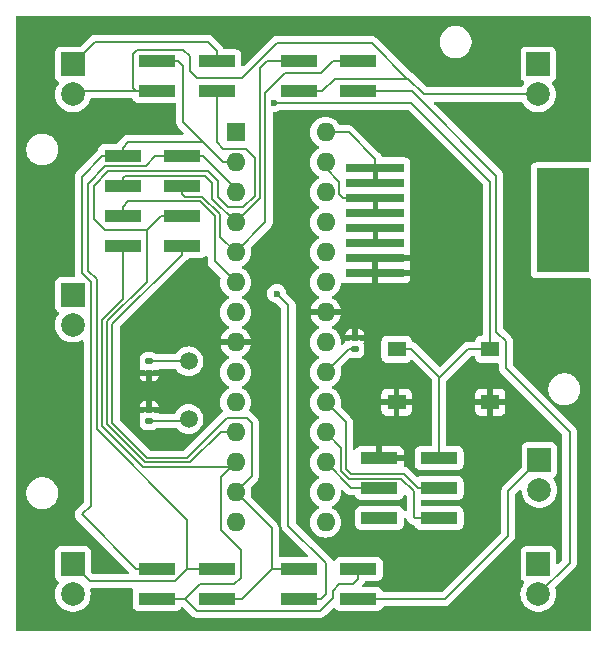
<source format=gbr>
%TF.GenerationSoftware,KiCad,Pcbnew,8.0.7*%
%TF.CreationDate,2024-12-23T09:54:04+01:00*%
%TF.ProjectId,circuit,63697263-7569-4742-9e6b-696361645f70,rev?*%
%TF.SameCoordinates,Original*%
%TF.FileFunction,Copper,L1,Top*%
%TF.FilePolarity,Positive*%
%FSLAX46Y46*%
G04 Gerber Fmt 4.6, Leading zero omitted, Abs format (unit mm)*
G04 Created by KiCad (PCBNEW 8.0.7) date 2024-12-23 09:54:04*
%MOMM*%
%LPD*%
G01*
G04 APERTURE LIST*
G04 Aperture macros list*
%AMRoundRect*
0 Rectangle with rounded corners*
0 $1 Rounding radius*
0 $2 $3 $4 $5 $6 $7 $8 $9 X,Y pos of 4 corners*
0 Add a 4 corners polygon primitive as box body*
4,1,4,$2,$3,$4,$5,$6,$7,$8,$9,$2,$3,0*
0 Add four circle primitives for the rounded corners*
1,1,$1+$1,$2,$3*
1,1,$1+$1,$4,$5*
1,1,$1+$1,$6,$7*
1,1,$1+$1,$8,$9*
0 Add four rect primitives between the rounded corners*
20,1,$1+$1,$2,$3,$4,$5,0*
20,1,$1+$1,$4,$5,$6,$7,0*
20,1,$1+$1,$6,$7,$8,$9,0*
20,1,$1+$1,$8,$9,$2,$3,0*%
G04 Aperture macros list end*
%TA.AperFunction,SMDPad,CuDef*%
%ADD10RoundRect,0.140000X-0.170000X0.140000X-0.170000X-0.140000X0.170000X-0.140000X0.170000X0.140000X0*%
%TD*%
%TA.AperFunction,ComponentPad*%
%ADD11R,2.000000X2.000000*%
%TD*%
%TA.AperFunction,ComponentPad*%
%ADD12C,2.000000*%
%TD*%
%TA.AperFunction,SMDPad,CuDef*%
%ADD13R,3.150000X1.000000*%
%TD*%
%TA.AperFunction,SMDPad,CuDef*%
%ADD14RoundRect,0.140000X0.170000X-0.140000X0.170000X0.140000X-0.170000X0.140000X-0.170000X-0.140000X0*%
%TD*%
%TA.AperFunction,SMDPad,CuDef*%
%ADD15R,5.000000X0.760000*%
%TD*%
%TA.AperFunction,SMDPad,CuDef*%
%ADD16R,4.500000X8.800000*%
%TD*%
%TA.AperFunction,ComponentPad*%
%ADD17R,1.600000X1.600000*%
%TD*%
%TA.AperFunction,ComponentPad*%
%ADD18O,1.600000X1.600000*%
%TD*%
%TA.AperFunction,ComponentPad*%
%ADD19C,1.500000*%
%TD*%
%TA.AperFunction,SMDPad,CuDef*%
%ADD20R,1.550000X1.300000*%
%TD*%
%TA.AperFunction,ViaPad*%
%ADD21C,0.600000*%
%TD*%
%TA.AperFunction,Conductor*%
%ADD22C,0.200000*%
%TD*%
%TA.AperFunction,Conductor*%
%ADD23C,0.400000*%
%TD*%
G04 APERTURE END LIST*
D10*
%TO.P,C3,1*%
%TO.N,GND*%
X239200000Y-70140000D03*
%TO.P,C3,2*%
%TO.N,+5V*%
X239200000Y-71100000D03*
%TD*%
D11*
%TO.P,J1.1.3,1,Pin_1*%
%TO.N,/L1*%
X254750000Y-89300000D03*
D12*
%TO.P,J1.1.3,2,Pin_2*%
%TO.N,/R2*%
X254750000Y-91840000D03*
%TD*%
D11*
%TO.P,J1.1.1,1,Pin_1*%
%TO.N,/L1*%
X254750000Y-47000000D03*
D12*
%TO.P,J1.1.1,2,Pin_2*%
%TO.N,/R1*%
X254750000Y-49540000D03*
%TD*%
D13*
%TO.P,J1.3,1,Pin_1*%
%TO.N,/L1*%
X222475000Y-89730000D03*
%TO.P,J1.3,2,Pin_2*%
%TO.N,/L2*%
X227525000Y-89730000D03*
%TO.P,J1.3,3,Pin_3*%
%TO.N,/R3*%
X222475000Y-92270000D03*
%TO.P,J1.3,4,Pin_4*%
%TO.N,/R4*%
X227525000Y-92270000D03*
%TD*%
D14*
%TO.P,C2,1*%
%TO.N,/XTAL2*%
X221800000Y-77180000D03*
%TO.P,C2,2*%
%TO.N,GND*%
X221800000Y-76220000D03*
%TD*%
D11*
%TO.P,J1.1.2,1,Pin_1*%
%TO.N,/L2*%
X215350000Y-47000000D03*
D12*
%TO.P,J1.1.2,2,Pin_2*%
%TO.N,/R1*%
X215350000Y-49540000D03*
%TD*%
D10*
%TO.P,C1,1*%
%TO.N,/XTAL1*%
X221800000Y-72150000D03*
%TO.P,C1,2*%
%TO.N,GND*%
X221800000Y-73110000D03*
%TD*%
D15*
%TO.P,J4,1*%
%TO.N,GND*%
X240920000Y-64645000D03*
%TO.P,J4,2*%
X240920000Y-63375000D03*
%TO.P,J4,3*%
%TO.N,+5V*%
X240920000Y-62105000D03*
%TO.P,J4,4*%
X240920000Y-60835000D03*
%TO.P,J4,5*%
%TO.N,/SDA*%
X240920000Y-59565000D03*
%TO.P,J4,6*%
X240920000Y-58295000D03*
%TO.P,J4,7*%
%TO.N,/SCL*%
X240920000Y-57025000D03*
%TO.P,J4,8*%
X240920000Y-55755000D03*
D16*
%TO.P,J4,L*%
%TO.N,N/C*%
X256850000Y-60200000D03*
%TD*%
D11*
%TO.P,J1.2.2,1,Pin_1*%
%TO.N,/L4*%
X215350000Y-66500000D03*
D12*
%TO.P,J1.2.2,2,Pin_2*%
%TO.N,/R1*%
X215350000Y-69040000D03*
%TD*%
D17*
%TO.P,U1,1,~{RESET}/PC6*%
%TO.N,/RESET*%
X229130000Y-52740000D03*
D18*
%TO.P,U1,2,PD0*%
%TO.N,/L1*%
X229130000Y-55280000D03*
%TO.P,U1,3,PD1*%
%TO.N,/L2*%
X229130000Y-57820000D03*
%TO.P,U1,4,PD2*%
%TO.N,/L3*%
X229130000Y-60360000D03*
%TO.P,U1,5,PD3*%
%TO.N,/L4*%
X229130000Y-62900000D03*
%TO.P,U1,6,PD4*%
%TO.N,/R1*%
X229130000Y-65440000D03*
%TO.P,U1,7,VCC*%
%TO.N,+5V*%
X229130000Y-67980000D03*
%TO.P,U1,8,GND*%
%TO.N,GND*%
X229130000Y-70520000D03*
%TO.P,U1,9,XTAL1/PB6*%
%TO.N,/XTAL1*%
X229130000Y-73060000D03*
%TO.P,U1,10,XTAL2/PB7*%
%TO.N,/XTAL2*%
X229130000Y-75600000D03*
%TO.P,U1,11,PD5*%
%TO.N,/R2*%
X229130000Y-78140000D03*
%TO.P,U1,12,PD6*%
%TO.N,/R3*%
X229130000Y-80680000D03*
%TO.P,U1,13,PD7*%
%TO.N,/R4*%
X229130000Y-83220000D03*
%TO.P,U1,14,PB0*%
%TO.N,unconnected-(U1-PB0-Pad14)*%
X229130000Y-85760000D03*
%TO.P,U1,15,PB1*%
%TO.N,unconnected-(U1-PB1-Pad15)*%
X236750000Y-85760000D03*
%TO.P,U1,16,PB2*%
%TO.N,unconnected-(U1-PB2-Pad16)*%
X236750000Y-83220000D03*
%TO.P,U1,17,PB3*%
%TO.N,/MOSI*%
X236750000Y-80680000D03*
%TO.P,U1,18,PB4*%
%TO.N,/MISO*%
X236750000Y-78140000D03*
%TO.P,U1,19,PB5*%
%TO.N,/SCK*%
X236750000Y-75600000D03*
%TO.P,U1,20,AVCC*%
%TO.N,+5V*%
X236750000Y-73060000D03*
%TO.P,U1,21,AREF*%
%TO.N,unconnected-(U1-AREF-Pad21)*%
X236750000Y-70520000D03*
%TO.P,U1,22,GND*%
%TO.N,GND*%
X236750000Y-67980000D03*
%TO.P,U1,23,PC0*%
%TO.N,unconnected-(U1-PC0-Pad23)*%
X236750000Y-65440000D03*
%TO.P,U1,24,PC1*%
%TO.N,unconnected-(U1-PC1-Pad24)*%
X236750000Y-62900000D03*
%TO.P,U1,25,PC2*%
%TO.N,unconnected-(U1-PC2-Pad25)*%
X236750000Y-60360000D03*
%TO.P,U1,26,PC3*%
%TO.N,unconnected-(U1-PC3-Pad26)*%
X236750000Y-57820000D03*
%TO.P,U1,27,PC4*%
%TO.N,/SDA*%
X236750000Y-55280000D03*
%TO.P,U1,28,PC5*%
%TO.N,/SCL*%
X236750000Y-52740000D03*
%TD*%
D13*
%TO.P,J3,1,MISO*%
%TO.N,/MISO*%
X246350000Y-85400000D03*
%TO.P,J3,2,VCC*%
%TO.N,+5V*%
X241300000Y-85400000D03*
%TO.P,J3,3,SCK*%
%TO.N,/SCK*%
X246350000Y-82860000D03*
%TO.P,J3,4,MOSI*%
%TO.N,/MOSI*%
X241300000Y-82860000D03*
%TO.P,J3,5,~{RST}*%
%TO.N,/RESET*%
X246350000Y-80320000D03*
%TO.P,J3,6,GND*%
%TO.N,GND*%
X241300000Y-80320000D03*
%TD*%
%TO.P,J1.2,1,Pin_1*%
%TO.N,/L3*%
X234475000Y-46730000D03*
%TO.P,J1.2,2,Pin_2*%
%TO.N,/L4*%
X239525000Y-46730000D03*
%TO.P,J1.2,3,Pin_3*%
%TO.N,/R1*%
X234475000Y-49270000D03*
%TO.P,J1.2,4,Pin_4*%
%TO.N,/R2*%
X239525000Y-49270000D03*
%TD*%
D19*
%TO.P,Y1,1,1*%
%TO.N,/XTAL1*%
X225150000Y-72125000D03*
%TO.P,Y1,2,2*%
%TO.N,/XTAL2*%
X225150000Y-77025000D03*
%TD*%
D11*
%TO.P,J1.2.1,1,Pin_1*%
%TO.N,/L3*%
X254850000Y-80500000D03*
D12*
%TO.P,J1.2.1,2,Pin_2*%
%TO.N,/R1*%
X254850000Y-83040000D03*
%TD*%
D13*
%TO.P,J1.4,1,Pin_1*%
%TO.N,/L3*%
X239525000Y-92270000D03*
%TO.P,J1.4,2,Pin_2*%
%TO.N,/L4*%
X234475000Y-92270000D03*
%TO.P,J1.4,3,Pin_3*%
%TO.N,/R3*%
X239525000Y-89730000D03*
%TO.P,J1.4,4,Pin_4*%
%TO.N,/R4*%
X234475000Y-89730000D03*
%TD*%
D20*
%TO.P,SW1,1,1*%
%TO.N,/RESET*%
X242750000Y-71100000D03*
X250700000Y-71100000D03*
%TO.P,SW1,2,2*%
%TO.N,GND*%
X242750000Y-75600000D03*
X250700000Y-75600000D03*
%TD*%
D13*
%TO.P,J1,1,Pin_1*%
%TO.N,/L1*%
X219550000Y-54760000D03*
%TO.P,J1,2,Pin_2*%
%TO.N,/L2*%
X224600000Y-54760000D03*
%TO.P,J1,3,Pin_3*%
%TO.N,/L3*%
X219550000Y-57300000D03*
%TO.P,J1,4,Pin_4*%
%TO.N,/L4*%
X224600000Y-57300000D03*
%TO.P,J1,5,Pin_5*%
%TO.N,/R1*%
X219550000Y-59840000D03*
%TO.P,J1,6,Pin_6*%
%TO.N,/R2*%
X224600000Y-59840000D03*
%TO.P,J1,7,Pin_7*%
%TO.N,/R3*%
X219550000Y-62380000D03*
%TO.P,J1,8,Pin_8*%
%TO.N,/R4*%
X224600000Y-62380000D03*
%TD*%
D11*
%TO.P,J1.1.4,1,Pin_1*%
%TO.N,/L2*%
X215350000Y-89300000D03*
D12*
%TO.P,J1.1.4,2,Pin_2*%
%TO.N,/R2*%
X215350000Y-91840000D03*
%TD*%
D13*
%TO.P,J1.1,1,Pin_1*%
%TO.N,/L1*%
X222475000Y-46730000D03*
%TO.P,J1.1,2,Pin_2*%
%TO.N,/L2*%
X227525000Y-46730000D03*
%TO.P,J1.1,3,Pin_3*%
%TO.N,/R1*%
X222475000Y-49270000D03*
%TO.P,J1.1,4,Pin_4*%
%TO.N,/R2*%
X227525000Y-49270000D03*
%TD*%
D21*
%TO.N,+5V*%
X240920000Y-60900000D03*
X241300000Y-85400000D03*
%TO.N,/RESET*%
X232400000Y-50250000D03*
%TO.N,/L4*%
X232600000Y-66400000D03*
%TD*%
D22*
%TO.N,+5V*%
X236750000Y-73060000D02*
X238710000Y-71100000D01*
X238710000Y-71100000D02*
X239200000Y-71100000D01*
D23*
X240920000Y-60900000D02*
X240920000Y-60835000D01*
X240920000Y-62105000D02*
X240920000Y-60900000D01*
D22*
%TO.N,/XTAL1*%
X225125000Y-72150000D02*
X225150000Y-72125000D01*
X221800000Y-72150000D02*
X225125000Y-72150000D01*
%TO.N,/XTAL2*%
X224995000Y-77180000D02*
X225150000Y-77025000D01*
X221800000Y-77180000D02*
X224995000Y-77180000D01*
%TO.N,/MOSI*%
X238930000Y-82860000D02*
X236750000Y-80680000D01*
X241300000Y-82860000D02*
X238930000Y-82860000D01*
%TO.N,/RESET*%
X246350000Y-74700000D02*
X246350000Y-73450000D01*
X250700000Y-56950000D02*
X250700000Y-71100000D01*
X244000000Y-50250000D02*
X250700000Y-56950000D01*
X246350000Y-74700000D02*
X246350000Y-73550000D01*
X246350000Y-73450000D02*
X244000000Y-71100000D01*
X246350000Y-80320000D02*
X246350000Y-74700000D01*
X248800000Y-71100000D02*
X250700000Y-71100000D01*
X246350000Y-73550000D02*
X248800000Y-71100000D01*
X232400000Y-50250000D02*
X244000000Y-50250000D01*
X244000000Y-71100000D02*
X242750000Y-71100000D01*
%TO.N,/SCK*%
X244560000Y-82860000D02*
X243350000Y-81650000D01*
X238450000Y-77300000D02*
X236750000Y-75600000D01*
X246350000Y-82860000D02*
X244560000Y-82860000D01*
X243350000Y-81650000D02*
X238865686Y-81650000D01*
X238865686Y-81650000D02*
X238450000Y-81234314D01*
X238450000Y-81234314D02*
X238450000Y-77300000D01*
%TO.N,/MISO*%
X244300000Y-85400000D02*
X244200000Y-85300000D01*
X243160000Y-82060000D02*
X238710000Y-82060000D01*
X238050000Y-81400000D02*
X238050000Y-79440000D01*
X244200000Y-83100000D02*
X243160000Y-82060000D01*
X246350000Y-85400000D02*
X244300000Y-85400000D01*
X238050000Y-79440000D02*
X236750000Y-78140000D01*
X238710000Y-82060000D02*
X238050000Y-81400000D01*
X244200000Y-85300000D02*
X244200000Y-83100000D01*
%TO.N,/L3*%
X227150000Y-58380000D02*
X229130000Y-60360000D01*
X239525000Y-92270000D02*
X246830000Y-92270000D01*
X231200000Y-47300000D02*
X231200000Y-58290000D01*
X231200000Y-58290000D02*
X229130000Y-60360000D01*
X231770000Y-46730000D02*
X231200000Y-47300000D01*
X252200000Y-86900000D02*
X252200000Y-83150000D01*
X226550000Y-56450000D02*
X227150000Y-57050000D01*
X234475000Y-46730000D02*
X231770000Y-46730000D01*
X219750000Y-56450000D02*
X226550000Y-56450000D01*
X246830000Y-92270000D02*
X252200000Y-86900000D01*
X219550000Y-56650000D02*
X219750000Y-56450000D01*
X227150000Y-57050000D02*
X227150000Y-58380000D01*
X219550000Y-57300000D02*
X219550000Y-56650000D01*
X252200000Y-83150000D02*
X254850000Y-80500000D01*
%TO.N,/L1*%
X216850000Y-65400000D02*
X216100000Y-64650000D01*
X216100000Y-64650000D02*
X216100000Y-56500000D01*
X220055000Y-53550000D02*
X226350000Y-53550000D01*
X219550000Y-54760000D02*
X219550000Y-54055000D01*
X222475000Y-46730000D02*
X224280000Y-46730000D01*
X217840000Y-54760000D02*
X219550000Y-54760000D01*
X228080000Y-55280000D02*
X229130000Y-55280000D01*
X216850000Y-84350000D02*
X216850000Y-65400000D01*
X226350000Y-53550000D02*
X228080000Y-55280000D01*
X216100000Y-85100000D02*
X216850000Y-84350000D01*
X216100000Y-56500000D02*
X217840000Y-54760000D01*
X224700000Y-47150000D02*
X224700000Y-51900000D01*
X220730000Y-89730000D02*
X216100000Y-85100000D01*
X219550000Y-54055000D02*
X220055000Y-53550000D01*
X222475000Y-89730000D02*
X220730000Y-89730000D01*
X224700000Y-51900000D02*
X226350000Y-53550000D01*
X224280000Y-46730000D02*
X224700000Y-47150000D01*
%TO.N,/L2*%
X225030000Y-89730000D02*
X225030000Y-85530000D01*
X216600000Y-64450000D02*
X216600000Y-57100000D01*
X222340000Y-54760000D02*
X224600000Y-54760000D01*
X218100000Y-55600000D02*
X221500000Y-55600000D01*
X217350000Y-65200000D02*
X216600000Y-64450000D01*
X217350000Y-77850000D02*
X217350000Y-65200000D01*
X229130000Y-57530000D02*
X229130000Y-57820000D01*
X227525000Y-89730000D02*
X225120000Y-89730000D01*
X225030000Y-89730000D02*
X224010000Y-90750000D01*
X227525000Y-45825000D02*
X226800000Y-45100000D01*
X221500000Y-55600000D02*
X222340000Y-54760000D01*
X224600000Y-54760000D02*
X226360000Y-54760000D01*
X226360000Y-54760000D02*
X229130000Y-57530000D01*
X217250000Y-45100000D02*
X215350000Y-47000000D01*
X227525000Y-46730000D02*
X227525000Y-45825000D01*
X226800000Y-45100000D02*
X217250000Y-45100000D01*
X225120000Y-89730000D02*
X225030000Y-89730000D01*
X224010000Y-90750000D02*
X216800000Y-90750000D01*
X225030000Y-85530000D02*
X217350000Y-77850000D01*
X216600000Y-57100000D02*
X218100000Y-55600000D01*
X216800000Y-90750000D02*
X215350000Y-89300000D01*
%TO.N,/R4*%
X234475000Y-89730000D02*
X232170000Y-89730000D01*
X230050000Y-76900000D02*
X228400000Y-76900000D01*
X228400000Y-76900000D02*
X225000000Y-80300000D01*
X218700000Y-69000000D02*
X224600000Y-63100000D01*
X229130000Y-83220000D02*
X230500000Y-81850000D01*
X221650000Y-80300000D02*
X218700000Y-77350000D01*
X225000000Y-80300000D02*
X221650000Y-80300000D01*
X224600000Y-63100000D02*
X224600000Y-62380000D01*
X232170000Y-89730000D02*
X232170000Y-86260000D01*
X218700000Y-77350000D02*
X218700000Y-69000000D01*
X232170000Y-89730000D02*
X229630000Y-92270000D01*
X230500000Y-81850000D02*
X230500000Y-77350000D01*
X230500000Y-77350000D02*
X230050000Y-76900000D01*
X232170000Y-86260000D02*
X229130000Y-83220000D01*
X229630000Y-92270000D02*
X227525000Y-92270000D01*
%TO.N,/R1*%
X222475000Y-49270000D02*
X220670000Y-49270000D01*
X227350000Y-59815686D02*
X227350000Y-63660000D01*
X237550000Y-48200000D02*
X236480000Y-49270000D01*
X227350000Y-63660000D02*
X229130000Y-65440000D01*
X219550000Y-59050000D02*
X220000000Y-58600000D01*
X236480000Y-49270000D02*
X234475000Y-49270000D01*
X220800000Y-45750000D02*
X224700000Y-45750000D01*
X220670000Y-49270000D02*
X220400000Y-49000000D01*
X225850000Y-48150000D02*
X229650000Y-48150000D01*
X245040000Y-49540000D02*
X243700000Y-48200000D01*
X225250000Y-47550000D02*
X225850000Y-48150000D01*
X219550000Y-59840000D02*
X219550000Y-59050000D01*
X243670000Y-48200000D02*
X243700000Y-48200000D01*
X225250000Y-46300000D02*
X225250000Y-47550000D01*
X220400000Y-46150000D02*
X220800000Y-45750000D01*
X220400000Y-49000000D02*
X220400000Y-46150000D01*
X240670000Y-45200000D02*
X243670000Y-48200000D01*
X224700000Y-45750000D02*
X225250000Y-46300000D01*
X254750000Y-49540000D02*
X245040000Y-49540000D01*
X226134314Y-58600000D02*
X227350000Y-59815686D01*
X229650000Y-48150000D02*
X232600000Y-45200000D01*
X222475000Y-49270000D02*
X215620000Y-49270000D01*
X243700000Y-48200000D02*
X237550000Y-48200000D01*
X220000000Y-58600000D02*
X226134314Y-58600000D01*
X215620000Y-49270000D02*
X215350000Y-49540000D01*
X232600000Y-45200000D02*
X240670000Y-45200000D01*
%TO.N,/R3*%
X225830000Y-93250000D02*
X224850000Y-92270000D01*
X237350000Y-92150000D02*
X236250000Y-93250000D01*
X227850000Y-81960000D02*
X229130000Y-80680000D01*
X224850000Y-92270000D02*
X226120000Y-91000000D01*
X217800000Y-77581372D02*
X221318628Y-81100000D01*
X219550000Y-62380000D02*
X219550000Y-66850000D01*
X222475000Y-92270000D02*
X224850000Y-92270000D01*
X239525000Y-90525000D02*
X239050000Y-91000000D01*
X237350000Y-91550000D02*
X237350000Y-92150000D01*
X237900000Y-91000000D02*
X237350000Y-91550000D01*
X227850000Y-86400000D02*
X227850000Y-81960000D01*
X221318628Y-81100000D02*
X228710000Y-81100000D01*
X236250000Y-93250000D02*
X225830000Y-93250000D01*
X239050000Y-91000000D02*
X237900000Y-91000000D01*
X229550000Y-90450000D02*
X229550000Y-88100000D01*
X229550000Y-88100000D02*
X227850000Y-86400000D01*
X229000000Y-91000000D02*
X229550000Y-90450000D01*
X239525000Y-89730000D02*
X239525000Y-90525000D01*
X219550000Y-66850000D02*
X217800000Y-68600000D01*
X228710000Y-81100000D02*
X229130000Y-80680000D01*
X217800000Y-68600000D02*
X217800000Y-77581372D01*
X226120000Y-91000000D02*
X229000000Y-91000000D01*
%TO.N,/R2*%
X257400000Y-89190000D02*
X254750000Y-91840000D01*
X217100000Y-60065000D02*
X217100000Y-57250000D01*
X251200000Y-56450000D02*
X251200000Y-69625000D01*
X218350000Y-56000000D02*
X226750000Y-56000000D01*
X229750000Y-59100000D02*
X230750000Y-58100000D01*
X252000000Y-72700000D02*
X257400000Y-78100000D01*
X244020000Y-49270000D02*
X251200000Y-56450000D01*
X227600000Y-58200000D02*
X228500000Y-59100000D01*
X230000000Y-54150000D02*
X228100000Y-54150000D01*
X227860000Y-78140000D02*
X225300000Y-80700000D01*
X227525000Y-53575000D02*
X227525000Y-49270000D01*
X221600000Y-65400000D02*
X221600000Y-61050000D01*
X222810000Y-59840000D02*
X224600000Y-59840000D01*
X218085000Y-61050000D02*
X217100000Y-60065000D01*
X251200000Y-69625000D02*
X252000000Y-70425000D01*
X217100000Y-57250000D02*
X218350000Y-56000000D01*
X230750000Y-58100000D02*
X230750000Y-54900000D01*
X229130000Y-78140000D02*
X227860000Y-78140000D01*
X228500000Y-59100000D02*
X229750000Y-59100000D01*
X226750000Y-56000000D02*
X227600000Y-56850000D01*
X225300000Y-80700000D02*
X221484314Y-80700000D01*
X257400000Y-78100000D02*
X257400000Y-89190000D01*
X221484314Y-80700000D02*
X218250000Y-77465686D01*
X218250000Y-77465686D02*
X218250000Y-68750000D01*
X222810000Y-59840000D02*
X221600000Y-61050000D01*
X218250000Y-68750000D02*
X221600000Y-65400000D01*
X252000000Y-70425000D02*
X252000000Y-72700000D01*
X221600000Y-61050000D02*
X218085000Y-61050000D01*
X228100000Y-54150000D02*
X227525000Y-53575000D01*
X230750000Y-54900000D02*
X230000000Y-54150000D01*
X227600000Y-56850000D02*
X227600000Y-58200000D01*
X239525000Y-49270000D02*
X244020000Y-49270000D01*
%TO.N,/L4*%
X239525000Y-46730000D02*
X237370000Y-46730000D01*
X236350000Y-47750000D02*
X233320000Y-47750000D01*
X231650000Y-49420000D02*
X231650000Y-60380000D01*
X227800000Y-59700000D02*
X227800000Y-61570000D01*
X232600000Y-66400000D02*
X233600000Y-67400000D01*
X236330000Y-92270000D02*
X234475000Y-92270000D01*
X233600000Y-86050000D02*
X236800000Y-89250000D01*
X224600000Y-57950000D02*
X224850000Y-58200000D01*
X236800000Y-91800000D02*
X236330000Y-92270000D01*
X233600000Y-67400000D02*
X233600000Y-86050000D01*
X237370000Y-46730000D02*
X236350000Y-47750000D01*
X233320000Y-47750000D02*
X231650000Y-49420000D01*
X224600000Y-57300000D02*
X224600000Y-57950000D01*
X226300000Y-58200000D02*
X227800000Y-59700000D01*
X231650000Y-60380000D02*
X229130000Y-62900000D01*
X224850000Y-58200000D02*
X226300000Y-58200000D01*
X236800000Y-89250000D02*
X236800000Y-91800000D01*
X227800000Y-61570000D02*
X229130000Y-62900000D01*
%TO.N,/SDA*%
X237900000Y-58000000D02*
X237900000Y-56950000D01*
X236750000Y-55800000D02*
X236750000Y-55280000D01*
X237900000Y-56950000D02*
X236750000Y-55800000D01*
D23*
X240920000Y-58295000D02*
X240920000Y-59565000D01*
D22*
X240920000Y-58295000D02*
X238195000Y-58295000D01*
X238195000Y-58295000D02*
X237900000Y-58000000D01*
%TO.N,/SCL*%
X240920000Y-55755000D02*
X240920000Y-54970000D01*
X240920000Y-54970000D02*
X238690000Y-52740000D01*
D23*
X240920000Y-55755000D02*
X240920000Y-57025000D01*
D22*
X238690000Y-52740000D02*
X236750000Y-52740000D01*
%TD*%
%TA.AperFunction,Conductor*%
%TO.N,GND*%
G36*
X226668834Y-63203772D02*
G01*
X226724767Y-63245644D01*
X226749184Y-63311108D01*
X226749500Y-63319954D01*
X226749500Y-63573330D01*
X226749499Y-63573348D01*
X226749499Y-63739054D01*
X226749498Y-63739054D01*
X226790423Y-63891785D01*
X226819358Y-63941900D01*
X226819359Y-63941904D01*
X226819360Y-63941904D01*
X226869479Y-64028714D01*
X226869481Y-64028717D01*
X226988349Y-64147585D01*
X226988355Y-64147590D01*
X227838058Y-64997293D01*
X227871543Y-65058616D01*
X227870152Y-65117067D01*
X227844366Y-65213302D01*
X227844364Y-65213313D01*
X227824532Y-65439998D01*
X227824532Y-65440001D01*
X227844364Y-65666686D01*
X227844366Y-65666697D01*
X227903258Y-65886488D01*
X227903261Y-65886497D01*
X227999431Y-66092732D01*
X227999432Y-66092734D01*
X228129954Y-66279141D01*
X228290858Y-66440045D01*
X228290861Y-66440047D01*
X228477266Y-66570568D01*
X228535275Y-66597618D01*
X228587714Y-66643791D01*
X228606866Y-66710984D01*
X228586650Y-66777865D01*
X228535275Y-66822382D01*
X228477267Y-66849431D01*
X228477265Y-66849432D01*
X228290858Y-66979954D01*
X228129954Y-67140858D01*
X227999432Y-67327265D01*
X227999431Y-67327267D01*
X227903261Y-67533502D01*
X227903258Y-67533511D01*
X227844366Y-67753302D01*
X227844364Y-67753313D01*
X227824532Y-67979998D01*
X227824532Y-67980001D01*
X227844364Y-68206686D01*
X227844366Y-68206697D01*
X227903258Y-68426488D01*
X227903261Y-68426497D01*
X227999431Y-68632732D01*
X227999432Y-68632734D01*
X228129954Y-68819141D01*
X228290858Y-68980045D01*
X228290861Y-68980047D01*
X228477266Y-69110568D01*
X228535865Y-69137893D01*
X228588305Y-69184065D01*
X228607457Y-69251258D01*
X228587242Y-69318139D01*
X228535867Y-69362657D01*
X228477515Y-69389867D01*
X228291179Y-69520342D01*
X228130342Y-69681179D01*
X227999865Y-69867517D01*
X227903734Y-70073673D01*
X227903730Y-70073682D01*
X227851127Y-70269999D01*
X227851128Y-70270000D01*
X228814314Y-70270000D01*
X228809920Y-70274394D01*
X228757259Y-70365606D01*
X228730000Y-70467339D01*
X228730000Y-70572661D01*
X228757259Y-70674394D01*
X228809920Y-70765606D01*
X228814314Y-70770000D01*
X227851128Y-70770000D01*
X227903730Y-70966317D01*
X227903734Y-70966326D01*
X227999865Y-71172482D01*
X228130342Y-71358820D01*
X228291179Y-71519657D01*
X228477518Y-71650134D01*
X228477520Y-71650135D01*
X228535865Y-71677342D01*
X228588305Y-71723514D01*
X228607457Y-71790707D01*
X228587242Y-71857589D01*
X228535867Y-71902105D01*
X228477268Y-71929431D01*
X228477264Y-71929433D01*
X228290858Y-72059954D01*
X228129954Y-72220858D01*
X227999432Y-72407265D01*
X227999431Y-72407267D01*
X227903261Y-72613502D01*
X227903258Y-72613511D01*
X227844366Y-72833302D01*
X227844364Y-72833313D01*
X227824532Y-73059998D01*
X227824532Y-73060001D01*
X227844364Y-73286686D01*
X227844366Y-73286697D01*
X227903258Y-73506488D01*
X227903261Y-73506497D01*
X227999431Y-73712732D01*
X227999432Y-73712734D01*
X228129954Y-73899141D01*
X228290858Y-74060045D01*
X228290861Y-74060047D01*
X228477266Y-74190568D01*
X228535275Y-74217618D01*
X228587714Y-74263791D01*
X228606866Y-74330984D01*
X228586650Y-74397865D01*
X228535275Y-74442382D01*
X228477267Y-74469431D01*
X228477265Y-74469432D01*
X228290858Y-74599954D01*
X228129954Y-74760858D01*
X227999432Y-74947265D01*
X227999431Y-74947267D01*
X227903261Y-75153502D01*
X227903258Y-75153511D01*
X227844366Y-75373302D01*
X227844364Y-75373313D01*
X227824532Y-75599998D01*
X227824532Y-75600001D01*
X227844364Y-75826686D01*
X227844366Y-75826697D01*
X227903258Y-76046488D01*
X227903261Y-76046497D01*
X227999431Y-76252732D01*
X227999432Y-76252734D01*
X228021542Y-76284310D01*
X228043869Y-76350516D01*
X228026859Y-76418283D01*
X228007649Y-76443113D01*
X227920881Y-76529883D01*
X227919480Y-76531284D01*
X227919478Y-76531286D01*
X226338663Y-78112102D01*
X224787584Y-79663181D01*
X224726261Y-79696666D01*
X224699903Y-79699500D01*
X221950097Y-79699500D01*
X221883058Y-79679815D01*
X221862416Y-79663181D01*
X219336819Y-77137584D01*
X219303334Y-77076261D01*
X219300500Y-77049903D01*
X219300500Y-76975302D01*
X220989500Y-76975302D01*
X220989500Y-77384697D01*
X220992356Y-77420991D01*
X220992357Y-77420997D01*
X221037504Y-77576390D01*
X221037505Y-77576393D01*
X221119881Y-77715684D01*
X221119887Y-77715692D01*
X221234307Y-77830112D01*
X221234311Y-77830115D01*
X221234313Y-77830117D01*
X221373605Y-77912494D01*
X221414587Y-77924400D01*
X221529002Y-77957642D01*
X221529005Y-77957642D01*
X221529007Y-77957643D01*
X221565310Y-77960500D01*
X221565318Y-77960500D01*
X222034682Y-77960500D01*
X222034690Y-77960500D01*
X222070993Y-77957643D01*
X222070995Y-77957642D01*
X222070997Y-77957642D01*
X222111975Y-77945736D01*
X222226395Y-77912494D01*
X222365687Y-77830117D01*
X222368077Y-77827727D01*
X222378986Y-77816819D01*
X222440309Y-77783334D01*
X222466667Y-77780500D01*
X224087877Y-77780500D01*
X224154916Y-77800185D01*
X224184202Y-77828329D01*
X224184920Y-77827727D01*
X224188399Y-77831873D01*
X224188402Y-77831877D01*
X224343123Y-77986598D01*
X224522361Y-78112102D01*
X224720670Y-78204575D01*
X224932023Y-78261207D01*
X225114926Y-78277208D01*
X225149998Y-78280277D01*
X225150000Y-78280277D01*
X225150002Y-78280277D01*
X225178254Y-78277805D01*
X225367977Y-78261207D01*
X225579330Y-78204575D01*
X225777639Y-78112102D01*
X225956877Y-77986598D01*
X226111598Y-77831877D01*
X226237102Y-77652639D01*
X226329575Y-77454330D01*
X226386207Y-77242977D01*
X226405277Y-77025000D01*
X226386207Y-76807023D01*
X226329575Y-76595670D01*
X226237102Y-76397362D01*
X226237100Y-76397359D01*
X226237099Y-76397357D01*
X226111599Y-76218124D01*
X226102667Y-76209192D01*
X225956877Y-76063402D01*
X225777639Y-75937898D01*
X225777640Y-75937898D01*
X225777638Y-75937897D01*
X225678484Y-75891661D01*
X225579330Y-75845425D01*
X225579326Y-75845424D01*
X225579322Y-75845422D01*
X225367977Y-75788793D01*
X225150002Y-75769723D01*
X225149998Y-75769723D01*
X225004682Y-75782436D01*
X224932023Y-75788793D01*
X224932020Y-75788793D01*
X224720677Y-75845422D01*
X224720668Y-75845426D01*
X224522361Y-75937898D01*
X224522357Y-75937900D01*
X224343121Y-76063402D01*
X224188402Y-76218121D01*
X224062898Y-76397360D01*
X224062897Y-76397362D01*
X224011350Y-76507905D01*
X223965177Y-76560344D01*
X223898968Y-76579500D01*
X222737844Y-76579500D01*
X222670805Y-76559815D01*
X222625050Y-76507011D01*
X222623334Y-76495078D01*
X222604505Y-76470000D01*
X222298352Y-76470000D01*
X222235233Y-76452732D01*
X222226395Y-76447506D01*
X222226393Y-76447505D01*
X222226389Y-76447503D01*
X222070997Y-76402357D01*
X222070991Y-76402356D01*
X222034697Y-76399500D01*
X222034690Y-76399500D01*
X221565310Y-76399500D01*
X221565302Y-76399500D01*
X221529008Y-76402356D01*
X221529002Y-76402357D01*
X221373610Y-76447503D01*
X221373605Y-76447506D01*
X221364766Y-76452732D01*
X221301648Y-76470000D01*
X220995496Y-76470000D01*
X221037968Y-76616194D01*
X221049911Y-76636389D01*
X221067092Y-76704113D01*
X221049911Y-76762628D01*
X221037506Y-76783604D01*
X221037504Y-76783609D01*
X220992357Y-76939002D01*
X220992356Y-76939008D01*
X220989500Y-76975302D01*
X219300500Y-76975302D01*
X219300500Y-75970000D01*
X220995496Y-75970000D01*
X221550000Y-75970000D01*
X222050000Y-75970000D01*
X222604504Y-75970000D01*
X222562031Y-75823804D01*
X222479721Y-75684625D01*
X222479714Y-75684616D01*
X222365383Y-75570285D01*
X222365374Y-75570278D01*
X222226195Y-75487968D01*
X222226190Y-75487966D01*
X222070918Y-75442855D01*
X222070912Y-75442854D01*
X222050000Y-75441209D01*
X222050000Y-75970000D01*
X221550000Y-75970000D01*
X221550000Y-75441210D01*
X221549999Y-75441209D01*
X221529087Y-75442854D01*
X221529081Y-75442855D01*
X221373809Y-75487966D01*
X221373804Y-75487968D01*
X221234625Y-75570278D01*
X221234616Y-75570285D01*
X221120285Y-75684616D01*
X221120278Y-75684625D01*
X221037968Y-75823804D01*
X220995496Y-75970000D01*
X219300500Y-75970000D01*
X219300500Y-73360000D01*
X220995496Y-73360000D01*
X221037968Y-73506195D01*
X221120278Y-73645374D01*
X221120285Y-73645383D01*
X221234616Y-73759714D01*
X221234625Y-73759721D01*
X221373804Y-73842031D01*
X221529089Y-73887145D01*
X221550000Y-73888789D01*
X222050000Y-73888789D01*
X222070910Y-73887145D01*
X222226195Y-73842031D01*
X222365374Y-73759721D01*
X222365383Y-73759714D01*
X222479714Y-73645383D01*
X222479721Y-73645374D01*
X222562031Y-73506195D01*
X222604504Y-73360000D01*
X222050000Y-73360000D01*
X222050000Y-73888789D01*
X221550000Y-73888789D01*
X221550000Y-73360000D01*
X220995496Y-73360000D01*
X219300500Y-73360000D01*
X219300500Y-71945302D01*
X220989500Y-71945302D01*
X220989500Y-72354697D01*
X220992356Y-72390991D01*
X220992357Y-72390997D01*
X221037504Y-72546390D01*
X221037507Y-72546397D01*
X221049910Y-72567370D01*
X221067093Y-72635094D01*
X221049912Y-72693608D01*
X221037968Y-72713804D01*
X220995496Y-72860000D01*
X221301648Y-72860000D01*
X221364766Y-72877267D01*
X221373605Y-72882494D01*
X221373608Y-72882494D01*
X221373610Y-72882496D01*
X221529002Y-72927642D01*
X221529005Y-72927642D01*
X221529007Y-72927643D01*
X221565310Y-72930500D01*
X221565318Y-72930500D01*
X222034682Y-72930500D01*
X222034690Y-72930500D01*
X222070993Y-72927643D01*
X222070995Y-72927642D01*
X222070997Y-72927642D01*
X222226389Y-72882496D01*
X222226389Y-72882495D01*
X222226395Y-72882494D01*
X222235233Y-72877267D01*
X222298352Y-72860000D01*
X222604505Y-72860000D01*
X222618962Y-72840744D01*
X222618967Y-72839226D01*
X222656909Y-72780556D01*
X222720547Y-72751712D01*
X222737844Y-72750500D01*
X223996851Y-72750500D01*
X224063890Y-72770185D01*
X224098423Y-72803374D01*
X224188402Y-72931877D01*
X224343123Y-73086598D01*
X224522361Y-73212102D01*
X224720670Y-73304575D01*
X224932023Y-73361207D01*
X225114926Y-73377208D01*
X225149998Y-73380277D01*
X225150000Y-73380277D01*
X225150002Y-73380277D01*
X225178254Y-73377805D01*
X225367977Y-73361207D01*
X225579330Y-73304575D01*
X225777639Y-73212102D01*
X225956877Y-73086598D01*
X226111598Y-72931877D01*
X226237102Y-72752639D01*
X226329575Y-72554330D01*
X226386207Y-72342977D01*
X226405277Y-72125000D01*
X226386207Y-71907023D01*
X226329575Y-71695670D01*
X226237102Y-71497362D01*
X226237100Y-71497359D01*
X226237099Y-71497357D01*
X226111599Y-71318124D01*
X226098157Y-71304682D01*
X225956877Y-71163402D01*
X225777639Y-71037898D01*
X225777640Y-71037898D01*
X225777638Y-71037897D01*
X225678484Y-70991661D01*
X225579330Y-70945425D01*
X225579326Y-70945424D01*
X225579322Y-70945422D01*
X225367977Y-70888793D01*
X225150002Y-70869723D01*
X225149998Y-70869723D01*
X225004682Y-70882436D01*
X224932023Y-70888793D01*
X224932020Y-70888793D01*
X224720677Y-70945422D01*
X224720668Y-70945426D01*
X224522361Y-71037898D01*
X224522357Y-71037900D01*
X224343121Y-71163402D01*
X224188403Y-71318120D01*
X224104996Y-71437238D01*
X224063414Y-71496623D01*
X224008840Y-71540248D01*
X223961841Y-71549500D01*
X222466667Y-71549500D01*
X222399628Y-71529815D01*
X222378986Y-71513181D01*
X222365692Y-71499887D01*
X222365684Y-71499881D01*
X222226393Y-71417505D01*
X222226390Y-71417504D01*
X222070997Y-71372357D01*
X222070991Y-71372356D01*
X222034697Y-71369500D01*
X222034690Y-71369500D01*
X221565310Y-71369500D01*
X221565302Y-71369500D01*
X221529008Y-71372356D01*
X221529002Y-71372357D01*
X221373609Y-71417504D01*
X221373606Y-71417505D01*
X221234315Y-71499881D01*
X221234307Y-71499887D01*
X221119887Y-71614307D01*
X221119881Y-71614315D01*
X221037505Y-71753606D01*
X221037504Y-71753609D01*
X220992357Y-71909002D01*
X220992356Y-71909008D01*
X220989500Y-71945302D01*
X219300500Y-71945302D01*
X219300500Y-69300096D01*
X219320185Y-69233057D01*
X219336814Y-69212420D01*
X224958506Y-63590727D01*
X224958511Y-63590724D01*
X224968714Y-63580520D01*
X224968716Y-63580520D01*
X225080520Y-63468716D01*
X225095655Y-63442501D01*
X225146221Y-63394284D01*
X225203043Y-63380499D01*
X226222871Y-63380499D01*
X226222872Y-63380499D01*
X226282483Y-63374091D01*
X226417331Y-63323796D01*
X226532546Y-63237546D01*
X226532548Y-63237542D01*
X226537819Y-63232273D01*
X226599142Y-63198788D01*
X226668834Y-63203772D01*
G37*
%TD.AperFunction*%
%TA.AperFunction,Conductor*%
G36*
X259142539Y-42920185D02*
G01*
X259188294Y-42972989D01*
X259199500Y-43024500D01*
X259199500Y-55175500D01*
X259179815Y-55242539D01*
X259127011Y-55288294D01*
X259075500Y-55299500D01*
X254552129Y-55299500D01*
X254552123Y-55299501D01*
X254492516Y-55305908D01*
X254357671Y-55356202D01*
X254357664Y-55356206D01*
X254242455Y-55442452D01*
X254242452Y-55442455D01*
X254156206Y-55557664D01*
X254156202Y-55557671D01*
X254105908Y-55692517D01*
X254099501Y-55752116D01*
X254099500Y-55752135D01*
X254099500Y-64647870D01*
X254099501Y-64647876D01*
X254105908Y-64707483D01*
X254156202Y-64842328D01*
X254156206Y-64842335D01*
X254242452Y-64957544D01*
X254242455Y-64957547D01*
X254357664Y-65043793D01*
X254357671Y-65043797D01*
X254492517Y-65094091D01*
X254492516Y-65094091D01*
X254499444Y-65094835D01*
X254552127Y-65100500D01*
X259075500Y-65100499D01*
X259142539Y-65120184D01*
X259188294Y-65172988D01*
X259199500Y-65224499D01*
X259199500Y-94875500D01*
X259179815Y-94942539D01*
X259127011Y-94988294D01*
X259075500Y-94999500D01*
X210624500Y-94999500D01*
X210557461Y-94979815D01*
X210511706Y-94927011D01*
X210500500Y-94875500D01*
X210500500Y-83193713D01*
X211399500Y-83193713D01*
X211399500Y-83406287D01*
X211404484Y-83437752D01*
X211430550Y-83602331D01*
X211432754Y-83616243D01*
X211493694Y-83803797D01*
X211498444Y-83818414D01*
X211594951Y-84007820D01*
X211719890Y-84179786D01*
X211870213Y-84330109D01*
X212042179Y-84455048D01*
X212042181Y-84455049D01*
X212042184Y-84455051D01*
X212231588Y-84551557D01*
X212433757Y-84617246D01*
X212643713Y-84650500D01*
X212643714Y-84650500D01*
X212856286Y-84650500D01*
X212856287Y-84650500D01*
X213066243Y-84617246D01*
X213268412Y-84551557D01*
X213457816Y-84455051D01*
X213507673Y-84418828D01*
X213629786Y-84330109D01*
X213629788Y-84330106D01*
X213629792Y-84330104D01*
X213780104Y-84179792D01*
X213780106Y-84179788D01*
X213780109Y-84179786D01*
X213905048Y-84007820D01*
X213905047Y-84007820D01*
X213905051Y-84007816D01*
X214001557Y-83818412D01*
X214067246Y-83616243D01*
X214100500Y-83406287D01*
X214100500Y-83193713D01*
X214067246Y-82983757D01*
X214001557Y-82781588D01*
X213905051Y-82592184D01*
X213905049Y-82592181D01*
X213905048Y-82592179D01*
X213780109Y-82420213D01*
X213629786Y-82269890D01*
X213457820Y-82144951D01*
X213268414Y-82048444D01*
X213268413Y-82048443D01*
X213268412Y-82048443D01*
X213066243Y-81982754D01*
X213066241Y-81982753D01*
X213066240Y-81982753D01*
X212904957Y-81957208D01*
X212856287Y-81949500D01*
X212643713Y-81949500D01*
X212595042Y-81957208D01*
X212433760Y-81982753D01*
X212231585Y-82048444D01*
X212042179Y-82144951D01*
X211870213Y-82269890D01*
X211719890Y-82420213D01*
X211594951Y-82592179D01*
X211498444Y-82781585D01*
X211432753Y-82983760D01*
X211418844Y-83071580D01*
X211399500Y-83193713D01*
X210500500Y-83193713D01*
X210500500Y-54093713D01*
X211399500Y-54093713D01*
X211399500Y-54306286D01*
X211427827Y-54485139D01*
X211432754Y-54516243D01*
X211469885Y-54630521D01*
X211498444Y-54718414D01*
X211594951Y-54907820D01*
X211719890Y-55079786D01*
X211870213Y-55230109D01*
X212042179Y-55355048D01*
X212042181Y-55355049D01*
X212042184Y-55355051D01*
X212231588Y-55451557D01*
X212433757Y-55517246D01*
X212643713Y-55550500D01*
X212643714Y-55550500D01*
X212856286Y-55550500D01*
X212856287Y-55550500D01*
X213066243Y-55517246D01*
X213268412Y-55451557D01*
X213457816Y-55355051D01*
X213549700Y-55288294D01*
X213629786Y-55230109D01*
X213629788Y-55230106D01*
X213629792Y-55230104D01*
X213780104Y-55079792D01*
X213780106Y-55079788D01*
X213780109Y-55079786D01*
X213905048Y-54907820D01*
X213905047Y-54907820D01*
X213905051Y-54907816D01*
X214001557Y-54718412D01*
X214067246Y-54516243D01*
X214100500Y-54306287D01*
X214100500Y-54093713D01*
X214067246Y-53883757D01*
X214001557Y-53681588D01*
X213905051Y-53492184D01*
X213905049Y-53492181D01*
X213905048Y-53492179D01*
X213780109Y-53320213D01*
X213629786Y-53169890D01*
X213457820Y-53044951D01*
X213268414Y-52948444D01*
X213268413Y-52948443D01*
X213268412Y-52948443D01*
X213066243Y-52882754D01*
X213066241Y-52882753D01*
X213066240Y-52882753D01*
X212904957Y-52857208D01*
X212856287Y-52849500D01*
X212643713Y-52849500D01*
X212595042Y-52857208D01*
X212433760Y-52882753D01*
X212231585Y-52948444D01*
X212042179Y-53044951D01*
X211870213Y-53169890D01*
X211719890Y-53320213D01*
X211594951Y-53492179D01*
X211498444Y-53681585D01*
X211432753Y-53883760D01*
X211399500Y-54093713D01*
X210500500Y-54093713D01*
X210500500Y-49539994D01*
X213844357Y-49539994D01*
X213844357Y-49540005D01*
X213864890Y-49787812D01*
X213864892Y-49787824D01*
X213925936Y-50028881D01*
X214025826Y-50256606D01*
X214161833Y-50464782D01*
X214161836Y-50464785D01*
X214330256Y-50647738D01*
X214526491Y-50800474D01*
X214526493Y-50800475D01*
X214686042Y-50886819D01*
X214745190Y-50918828D01*
X214980386Y-50999571D01*
X215225665Y-51040500D01*
X215474335Y-51040500D01*
X215719614Y-50999571D01*
X215954810Y-50918828D01*
X216173509Y-50800474D01*
X216369744Y-50647738D01*
X216538164Y-50464785D01*
X216674173Y-50256607D01*
X216774063Y-50028881D01*
X216790478Y-49964059D01*
X216826018Y-49903904D01*
X216888438Y-49872512D01*
X216910684Y-49870500D01*
X220317209Y-49870500D01*
X220384248Y-49890185D01*
X220430003Y-49942989D01*
X220433391Y-49951167D01*
X220456202Y-50012328D01*
X220456206Y-50012335D01*
X220542452Y-50127544D01*
X220542455Y-50127547D01*
X220657664Y-50213793D01*
X220657671Y-50213797D01*
X220792517Y-50264091D01*
X220792516Y-50264091D01*
X220799444Y-50264835D01*
X220852127Y-50270500D01*
X223975500Y-50270499D01*
X224042539Y-50290184D01*
X224088294Y-50342988D01*
X224099500Y-50394499D01*
X224099500Y-51813330D01*
X224099499Y-51813348D01*
X224099499Y-51979054D01*
X224099498Y-51979054D01*
X224099499Y-51979057D01*
X224128494Y-52087267D01*
X224140424Y-52131787D01*
X224160156Y-52165963D01*
X224160157Y-52165966D01*
X224219475Y-52268709D01*
X224219481Y-52268717D01*
X224338349Y-52387585D01*
X224338355Y-52387590D01*
X224688584Y-52737819D01*
X224722069Y-52799142D01*
X224717085Y-52868834D01*
X224675213Y-52924767D01*
X224609749Y-52949184D01*
X224600903Y-52949500D01*
X220141669Y-52949500D01*
X220141653Y-52949499D01*
X220134057Y-52949499D01*
X219975943Y-52949499D01*
X219823215Y-52990423D01*
X219823213Y-52990424D01*
X219802008Y-53002665D01*
X219802009Y-53002666D01*
X219686287Y-53069477D01*
X219686282Y-53069481D01*
X219069481Y-53686282D01*
X219069477Y-53686287D01*
X219063004Y-53697500D01*
X219012437Y-53745716D01*
X218955617Y-53759500D01*
X217927129Y-53759500D01*
X217927123Y-53759501D01*
X217867516Y-53765908D01*
X217732671Y-53816202D01*
X217732664Y-53816206D01*
X217617455Y-53902452D01*
X217617452Y-53902455D01*
X217531206Y-54017664D01*
X217531202Y-54017671D01*
X217480908Y-54152517D01*
X217474501Y-54212116D01*
X217474500Y-54212135D01*
X217474500Y-54224901D01*
X217454815Y-54291940D01*
X217438181Y-54312582D01*
X215731286Y-56019478D01*
X215619481Y-56131282D01*
X215619480Y-56131284D01*
X215579518Y-56200501D01*
X215540423Y-56268215D01*
X215499499Y-56420943D01*
X215499499Y-56420945D01*
X215499499Y-56589046D01*
X215499500Y-56589059D01*
X215499500Y-64563330D01*
X215499499Y-64563348D01*
X215499499Y-64729056D01*
X215530139Y-64843407D01*
X215528476Y-64913257D01*
X215489313Y-64971119D01*
X215425085Y-64998623D01*
X215410364Y-64999500D01*
X214302129Y-64999500D01*
X214302123Y-64999501D01*
X214242516Y-65005908D01*
X214107671Y-65056202D01*
X214107664Y-65056206D01*
X213992455Y-65142452D01*
X213992452Y-65142455D01*
X213906206Y-65257664D01*
X213906202Y-65257671D01*
X213855908Y-65392517D01*
X213849501Y-65452116D01*
X213849500Y-65452135D01*
X213849500Y-67547870D01*
X213849501Y-67547876D01*
X213855908Y-67607483D01*
X213906202Y-67742328D01*
X213906206Y-67742335D01*
X213992452Y-67857544D01*
X213992455Y-67857547D01*
X214107664Y-67943793D01*
X214112361Y-67946358D01*
X214161766Y-67995764D01*
X214176617Y-68064037D01*
X214156742Y-68123011D01*
X214025826Y-68323393D01*
X213925936Y-68551118D01*
X213864892Y-68792175D01*
X213864890Y-68792187D01*
X213844357Y-69039994D01*
X213844357Y-69040005D01*
X213864890Y-69287812D01*
X213864892Y-69287824D01*
X213925936Y-69528881D01*
X214025826Y-69756606D01*
X214161833Y-69964782D01*
X214161836Y-69964785D01*
X214330256Y-70147738D01*
X214526491Y-70300474D01*
X214526493Y-70300475D01*
X214729614Y-70410399D01*
X214745190Y-70418828D01*
X214980386Y-70499571D01*
X215225665Y-70540500D01*
X215474335Y-70540500D01*
X215719614Y-70499571D01*
X215954810Y-70418828D01*
X215954817Y-70418824D01*
X215954820Y-70418823D01*
X216066482Y-70358394D01*
X216134810Y-70343798D01*
X216200182Y-70368460D01*
X216241844Y-70424551D01*
X216249500Y-70467448D01*
X216249500Y-84049903D01*
X216229815Y-84116942D01*
X216213181Y-84137584D01*
X215619483Y-84731281D01*
X215619481Y-84731284D01*
X215540423Y-84868214D01*
X215540423Y-84868215D01*
X215499499Y-85020943D01*
X215499499Y-85020945D01*
X215499499Y-85179054D01*
X215499498Y-85179054D01*
X215510721Y-85220939D01*
X215540423Y-85331785D01*
X215619481Y-85468716D01*
X215619483Y-85468718D01*
X220088583Y-89937819D01*
X220122068Y-89999142D01*
X220117084Y-90068834D01*
X220075212Y-90124767D01*
X220009748Y-90149184D01*
X220000902Y-90149500D01*
X217100098Y-90149500D01*
X217033059Y-90129815D01*
X217012417Y-90113181D01*
X216886818Y-89987582D01*
X216853333Y-89926259D01*
X216850499Y-89899901D01*
X216850499Y-88252129D01*
X216850498Y-88252123D01*
X216850497Y-88252116D01*
X216844091Y-88192517D01*
X216793796Y-88057669D01*
X216793795Y-88057668D01*
X216793793Y-88057664D01*
X216707547Y-87942455D01*
X216707544Y-87942452D01*
X216592335Y-87856206D01*
X216592328Y-87856202D01*
X216457482Y-87805908D01*
X216457483Y-87805908D01*
X216397883Y-87799501D01*
X216397881Y-87799500D01*
X216397873Y-87799500D01*
X216397864Y-87799500D01*
X214302129Y-87799500D01*
X214302123Y-87799501D01*
X214242516Y-87805908D01*
X214107671Y-87856202D01*
X214107664Y-87856206D01*
X213992455Y-87942452D01*
X213992452Y-87942455D01*
X213906206Y-88057664D01*
X213906202Y-88057671D01*
X213855908Y-88192517D01*
X213849501Y-88252116D01*
X213849501Y-88252123D01*
X213849500Y-88252135D01*
X213849500Y-90347870D01*
X213849501Y-90347876D01*
X213855908Y-90407483D01*
X213906202Y-90542328D01*
X213906206Y-90542335D01*
X213992452Y-90657544D01*
X213992455Y-90657547D01*
X214107664Y-90743793D01*
X214112361Y-90746358D01*
X214161766Y-90795764D01*
X214176617Y-90864037D01*
X214156742Y-90923011D01*
X214025826Y-91123393D01*
X213925936Y-91351118D01*
X213864892Y-91592175D01*
X213864890Y-91592187D01*
X213844357Y-91839994D01*
X213844357Y-91840005D01*
X213864890Y-92087812D01*
X213864892Y-92087824D01*
X213925936Y-92328881D01*
X214025826Y-92556606D01*
X214161833Y-92764782D01*
X214161836Y-92764785D01*
X214330256Y-92947738D01*
X214526491Y-93100474D01*
X214526493Y-93100475D01*
X214735893Y-93213797D01*
X214745190Y-93218828D01*
X214980386Y-93299571D01*
X215225665Y-93340500D01*
X215474335Y-93340500D01*
X215719614Y-93299571D01*
X215954810Y-93218828D01*
X216173509Y-93100474D01*
X216369744Y-92947738D01*
X216538164Y-92764785D01*
X216674173Y-92556607D01*
X216774063Y-92328881D01*
X216835108Y-92087821D01*
X216855643Y-91840000D01*
X216845876Y-91722135D01*
X216835109Y-91592187D01*
X216835108Y-91592184D01*
X216835108Y-91592179D01*
X216813016Y-91504940D01*
X216815641Y-91435120D01*
X216855597Y-91377803D01*
X216920198Y-91351186D01*
X216933222Y-91350500D01*
X220343954Y-91350500D01*
X220410993Y-91370185D01*
X220456748Y-91422989D01*
X220466692Y-91492147D01*
X220457820Y-91518806D01*
X220459303Y-91519359D01*
X220405908Y-91662517D01*
X220399501Y-91722116D01*
X220399500Y-91722135D01*
X220399500Y-92817870D01*
X220399501Y-92817876D01*
X220405908Y-92877483D01*
X220456202Y-93012328D01*
X220456206Y-93012335D01*
X220542452Y-93127544D01*
X220542455Y-93127547D01*
X220657664Y-93213793D01*
X220657671Y-93213797D01*
X220792517Y-93264091D01*
X220792516Y-93264091D01*
X220799444Y-93264835D01*
X220852127Y-93270500D01*
X224097872Y-93270499D01*
X224157483Y-93264091D01*
X224292331Y-93213796D01*
X224407546Y-93127546D01*
X224493796Y-93012331D01*
X224494091Y-93011539D01*
X224494596Y-93010864D01*
X224498047Y-93004546D01*
X224498955Y-93005041D01*
X224535961Y-92955606D01*
X224601425Y-92931187D01*
X224669698Y-92946037D01*
X224697955Y-92967190D01*
X225345139Y-93614374D01*
X225345149Y-93614385D01*
X225349479Y-93618715D01*
X225349480Y-93618716D01*
X225461284Y-93730520D01*
X225548095Y-93780639D01*
X225548097Y-93780641D01*
X225598213Y-93809576D01*
X225598215Y-93809577D01*
X225750942Y-93850500D01*
X225750943Y-93850500D01*
X236163331Y-93850500D01*
X236163347Y-93850501D01*
X236170943Y-93850501D01*
X236329054Y-93850501D01*
X236329057Y-93850501D01*
X236481785Y-93809577D01*
X236531904Y-93780639D01*
X236618716Y-93730520D01*
X236730520Y-93618716D01*
X236730520Y-93618714D01*
X236740728Y-93608507D01*
X236740730Y-93608504D01*
X237332536Y-93016697D01*
X237393857Y-92983214D01*
X237463549Y-92988198D01*
X237519481Y-93030068D01*
X237592455Y-93127547D01*
X237707664Y-93213793D01*
X237707671Y-93213797D01*
X237842517Y-93264091D01*
X237842516Y-93264091D01*
X237849444Y-93264835D01*
X237902127Y-93270500D01*
X241147872Y-93270499D01*
X241207483Y-93264091D01*
X241342331Y-93213796D01*
X241457546Y-93127546D01*
X241543796Y-93012331D01*
X241554656Y-92983214D01*
X241566609Y-92951167D01*
X241608480Y-92895233D01*
X241673944Y-92870816D01*
X241682791Y-92870500D01*
X246743331Y-92870500D01*
X246743347Y-92870501D01*
X246750943Y-92870501D01*
X246909054Y-92870501D01*
X246909057Y-92870501D01*
X247061785Y-92829577D01*
X247111904Y-92800639D01*
X247198716Y-92750520D01*
X247310520Y-92638716D01*
X247310520Y-92638714D01*
X247320728Y-92628507D01*
X247320730Y-92628504D01*
X252568713Y-87380521D01*
X252568716Y-87380520D01*
X252680520Y-87268716D01*
X252730639Y-87181904D01*
X252759577Y-87131785D01*
X252800501Y-86979057D01*
X252800501Y-86820943D01*
X252800501Y-86813348D01*
X252800500Y-86813330D01*
X252800500Y-83450096D01*
X252820185Y-83383057D01*
X252836815Y-83362419D01*
X253141025Y-83058208D01*
X253202348Y-83024724D01*
X253272040Y-83029708D01*
X253327973Y-83071580D01*
X253352282Y-83135650D01*
X253364890Y-83287812D01*
X253364892Y-83287824D01*
X253425936Y-83528881D01*
X253525826Y-83756606D01*
X253661833Y-83964782D01*
X253661836Y-83964785D01*
X253830256Y-84147738D01*
X254026491Y-84300474D01*
X254245190Y-84418828D01*
X254480386Y-84499571D01*
X254725665Y-84540500D01*
X254974335Y-84540500D01*
X255219614Y-84499571D01*
X255454810Y-84418828D01*
X255673509Y-84300474D01*
X255869744Y-84147738D01*
X256038164Y-83964785D01*
X256174173Y-83756607D01*
X256274063Y-83528881D01*
X256335108Y-83287821D01*
X256339977Y-83229060D01*
X256355643Y-83040005D01*
X256355643Y-83039994D01*
X256335109Y-82792187D01*
X256335107Y-82792175D01*
X256274063Y-82551118D01*
X256199381Y-82380861D01*
X256174173Y-82323393D01*
X256043256Y-82123009D01*
X256023070Y-82056122D01*
X256042250Y-81988936D01*
X256087642Y-81946356D01*
X256092323Y-81943798D01*
X256092331Y-81943796D01*
X256207546Y-81857546D01*
X256293796Y-81742331D01*
X256344091Y-81607483D01*
X256350500Y-81547873D01*
X256350499Y-79452128D01*
X256344091Y-79392517D01*
X256338007Y-79376206D01*
X256293797Y-79257671D01*
X256293793Y-79257664D01*
X256207547Y-79142455D01*
X256207544Y-79142452D01*
X256092335Y-79056206D01*
X256092328Y-79056202D01*
X255957482Y-79005908D01*
X255957483Y-79005908D01*
X255897883Y-78999501D01*
X255897881Y-78999500D01*
X255897873Y-78999500D01*
X255897864Y-78999500D01*
X253802129Y-78999500D01*
X253802123Y-78999501D01*
X253742516Y-79005908D01*
X253607671Y-79056202D01*
X253607664Y-79056206D01*
X253492455Y-79142452D01*
X253492452Y-79142455D01*
X253406206Y-79257664D01*
X253406202Y-79257671D01*
X253355908Y-79392517D01*
X253349501Y-79452116D01*
X253349501Y-79452123D01*
X253349500Y-79452135D01*
X253349500Y-81099902D01*
X253329815Y-81166941D01*
X253313181Y-81187583D01*
X251719481Y-82781282D01*
X251719479Y-82781284D01*
X251692961Y-82827217D01*
X251679066Y-82851284D01*
X251640423Y-82918215D01*
X251599499Y-83070943D01*
X251599499Y-83070945D01*
X251599499Y-83239046D01*
X251599500Y-83239059D01*
X251599500Y-86599903D01*
X251579815Y-86666942D01*
X251563181Y-86687584D01*
X246617584Y-91633181D01*
X246556261Y-91666666D01*
X246529903Y-91669500D01*
X241682791Y-91669500D01*
X241615752Y-91649815D01*
X241569997Y-91597011D01*
X241566609Y-91588833D01*
X241543797Y-91527671D01*
X241543793Y-91527664D01*
X241457547Y-91412455D01*
X241457544Y-91412452D01*
X241342335Y-91326206D01*
X241342328Y-91326202D01*
X241207482Y-91275908D01*
X241207483Y-91275908D01*
X241147883Y-91269501D01*
X241147881Y-91269500D01*
X241147873Y-91269500D01*
X241147865Y-91269500D01*
X239929096Y-91269500D01*
X239862057Y-91249815D01*
X239816302Y-91197011D01*
X239806358Y-91127853D01*
X239835383Y-91064297D01*
X239841414Y-91057820D01*
X239883505Y-91015729D01*
X239883510Y-91015725D01*
X239893714Y-91005520D01*
X239893716Y-91005520D01*
X240005520Y-90893716D01*
X240048821Y-90818716D01*
X240063958Y-90792499D01*
X240114525Y-90744283D01*
X240171345Y-90730499D01*
X241147871Y-90730499D01*
X241147872Y-90730499D01*
X241207483Y-90724091D01*
X241342331Y-90673796D01*
X241457546Y-90587546D01*
X241543796Y-90472331D01*
X241594091Y-90337483D01*
X241600500Y-90277873D01*
X241600499Y-89182128D01*
X241594091Y-89122517D01*
X241589774Y-89110943D01*
X241543797Y-88987671D01*
X241543793Y-88987664D01*
X241457547Y-88872455D01*
X241457544Y-88872452D01*
X241342335Y-88786206D01*
X241342328Y-88786202D01*
X241207482Y-88735908D01*
X241207483Y-88735908D01*
X241147883Y-88729501D01*
X241147881Y-88729500D01*
X241147873Y-88729500D01*
X241147864Y-88729500D01*
X237902129Y-88729500D01*
X237902123Y-88729501D01*
X237842516Y-88735908D01*
X237707671Y-88786202D01*
X237707664Y-88786206D01*
X237592455Y-88872452D01*
X237526123Y-88961060D01*
X237470189Y-89002930D01*
X237400497Y-89007914D01*
X237339175Y-88974428D01*
X237319469Y-88948747D01*
X237315149Y-88941265D01*
X237280520Y-88881284D01*
X237168716Y-88769480D01*
X237168715Y-88769479D01*
X237164385Y-88765149D01*
X237164374Y-88765139D01*
X234236819Y-85837584D01*
X234203334Y-85776261D01*
X234200500Y-85749903D01*
X234200500Y-67489060D01*
X234200501Y-67489047D01*
X234200501Y-67320944D01*
X234174049Y-67222226D01*
X234159577Y-67168216D01*
X234135082Y-67125789D01*
X234080524Y-67031290D01*
X234080518Y-67031282D01*
X233430700Y-66381465D01*
X233397215Y-66320142D01*
X233395163Y-66307686D01*
X233385368Y-66220745D01*
X233325789Y-66050478D01*
X233229816Y-65897738D01*
X233102262Y-65770184D01*
X232949523Y-65674211D01*
X232779254Y-65614631D01*
X232779249Y-65614630D01*
X232600004Y-65594435D01*
X232599996Y-65594435D01*
X232420750Y-65614630D01*
X232420745Y-65614631D01*
X232250476Y-65674211D01*
X232097737Y-65770184D01*
X231970184Y-65897737D01*
X231874211Y-66050476D01*
X231814631Y-66220745D01*
X231814630Y-66220750D01*
X231794435Y-66399996D01*
X231794435Y-66400003D01*
X231814630Y-66579249D01*
X231814631Y-66579254D01*
X231874211Y-66749523D01*
X231937261Y-66849865D01*
X231970184Y-66902262D01*
X232097738Y-67029816D01*
X232250478Y-67125789D01*
X232420745Y-67185368D01*
X232507669Y-67195161D01*
X232572080Y-67222226D01*
X232581465Y-67230700D01*
X232963181Y-67612416D01*
X232996666Y-67673739D01*
X232999500Y-67700097D01*
X232999500Y-85963330D01*
X232999499Y-85963348D01*
X232999499Y-86093705D01*
X232986216Y-86138938D01*
X233013477Y-86181357D01*
X233014258Y-86184137D01*
X233022874Y-86216292D01*
X233040424Y-86281789D01*
X233040425Y-86281790D01*
X233063030Y-86320942D01*
X233063031Y-86320944D01*
X233119475Y-86418709D01*
X233119481Y-86418717D01*
X233238349Y-86537585D01*
X233238355Y-86537590D01*
X235218584Y-88517819D01*
X235252069Y-88579142D01*
X235247085Y-88648834D01*
X235205213Y-88704767D01*
X235139749Y-88729184D01*
X235130903Y-88729500D01*
X232894500Y-88729500D01*
X232827461Y-88709815D01*
X232781706Y-88657011D01*
X232770500Y-88605500D01*
X232770500Y-86216292D01*
X232783782Y-86171058D01*
X232756522Y-86128640D01*
X232755724Y-86125798D01*
X232729577Y-86028215D01*
X232729577Y-86028214D01*
X232696511Y-85970943D01*
X232650522Y-85891287D01*
X232650521Y-85891286D01*
X232650520Y-85891284D01*
X232538716Y-85779480D01*
X232538715Y-85779479D01*
X232534385Y-85775149D01*
X232534374Y-85775139D01*
X230421941Y-83662706D01*
X230388456Y-83601383D01*
X230389847Y-83542931D01*
X230390320Y-83541167D01*
X230415635Y-83446692D01*
X230435468Y-83220000D01*
X230415635Y-82993308D01*
X230389847Y-82897066D01*
X230391510Y-82827217D01*
X230421939Y-82777294D01*
X230980520Y-82218716D01*
X231059577Y-82081784D01*
X231100501Y-81929057D01*
X231100501Y-81770942D01*
X231100501Y-81763347D01*
X231100500Y-81763329D01*
X231100500Y-77270945D01*
X231100500Y-77270943D01*
X231084882Y-77212656D01*
X231059577Y-77118215D01*
X231005759Y-77025000D01*
X230980520Y-76981284D01*
X230868716Y-76869480D01*
X230868715Y-76869479D01*
X230864385Y-76865149D01*
X230864374Y-76865139D01*
X230537590Y-76538355D01*
X230537588Y-76538352D01*
X230418717Y-76419481D01*
X230418716Y-76419480D01*
X230331904Y-76369360D01*
X230331909Y-76369350D01*
X230331866Y-76369338D01*
X230331215Y-76368962D01*
X230283018Y-76318379D01*
X230269819Y-76249767D01*
X230280869Y-76209197D01*
X230356739Y-76046496D01*
X230415635Y-75826692D01*
X230435468Y-75600000D01*
X230415635Y-75373308D01*
X230356739Y-75153504D01*
X230260568Y-74947266D01*
X230130047Y-74760861D01*
X230130045Y-74760858D01*
X229969141Y-74599954D01*
X229782734Y-74469432D01*
X229782728Y-74469429D01*
X229724725Y-74442382D01*
X229672285Y-74396210D01*
X229653133Y-74329017D01*
X229673348Y-74262135D01*
X229724725Y-74217618D01*
X229782734Y-74190568D01*
X229969139Y-74060047D01*
X230130047Y-73899139D01*
X230260568Y-73712734D01*
X230356739Y-73506496D01*
X230415635Y-73286692D01*
X230434705Y-73068717D01*
X230435468Y-73060001D01*
X230435468Y-73059998D01*
X230424251Y-72931788D01*
X230415635Y-72833308D01*
X230356739Y-72613504D01*
X230260568Y-72407266D01*
X230130047Y-72220861D01*
X230130045Y-72220858D01*
X229969141Y-72059954D01*
X229782734Y-71929432D01*
X229782732Y-71929431D01*
X229771275Y-71924088D01*
X229724132Y-71902105D01*
X229671694Y-71855934D01*
X229652542Y-71788740D01*
X229672758Y-71721859D01*
X229724134Y-71677341D01*
X229782484Y-71650132D01*
X229968820Y-71519657D01*
X230129657Y-71358820D01*
X230260134Y-71172482D01*
X230356265Y-70966326D01*
X230356269Y-70966317D01*
X230408872Y-70770000D01*
X229445686Y-70770000D01*
X229450080Y-70765606D01*
X229502741Y-70674394D01*
X229530000Y-70572661D01*
X229530000Y-70467339D01*
X229502741Y-70365606D01*
X229450080Y-70274394D01*
X229445686Y-70270000D01*
X230408872Y-70270000D01*
X230408872Y-70269999D01*
X230356269Y-70073682D01*
X230356265Y-70073673D01*
X230260134Y-69867517D01*
X230129657Y-69681179D01*
X229968820Y-69520342D01*
X229782482Y-69389865D01*
X229724133Y-69362657D01*
X229671694Y-69316484D01*
X229652542Y-69249291D01*
X229672758Y-69182410D01*
X229724129Y-69137895D01*
X229782734Y-69110568D01*
X229969139Y-68980047D01*
X230130047Y-68819139D01*
X230260568Y-68632734D01*
X230356739Y-68426496D01*
X230415635Y-68206692D01*
X230435468Y-67980000D01*
X230415635Y-67753308D01*
X230356739Y-67533504D01*
X230260568Y-67327266D01*
X230130047Y-67140861D01*
X230130045Y-67140858D01*
X229969141Y-66979954D01*
X229782734Y-66849432D01*
X229782728Y-66849429D01*
X229724725Y-66822382D01*
X229672285Y-66776210D01*
X229653133Y-66709017D01*
X229673348Y-66642135D01*
X229724725Y-66597618D01*
X229782734Y-66570568D01*
X229969139Y-66440047D01*
X230130047Y-66279139D01*
X230260568Y-66092734D01*
X230356739Y-65886496D01*
X230415635Y-65666692D01*
X230435468Y-65440000D01*
X230415635Y-65213308D01*
X230356739Y-64993504D01*
X230260568Y-64787266D01*
X230130047Y-64600861D01*
X230130045Y-64600858D01*
X229969141Y-64439954D01*
X229782734Y-64309432D01*
X229782728Y-64309429D01*
X229724725Y-64282382D01*
X229672285Y-64236210D01*
X229653133Y-64169017D01*
X229673348Y-64102135D01*
X229724725Y-64057618D01*
X229733912Y-64053334D01*
X229782734Y-64030568D01*
X229969139Y-63900047D01*
X230130047Y-63739139D01*
X230260568Y-63552734D01*
X230356739Y-63346496D01*
X230415635Y-63126692D01*
X230435468Y-62900000D01*
X230415635Y-62673308D01*
X230389847Y-62577066D01*
X230391510Y-62507217D01*
X230421939Y-62457294D01*
X232008506Y-60870728D01*
X232008511Y-60870724D01*
X232018714Y-60860520D01*
X232018716Y-60860520D01*
X232130520Y-60748716D01*
X232202191Y-60624577D01*
X232209577Y-60611785D01*
X232250500Y-60459057D01*
X232250500Y-60300943D01*
X232250500Y-52739998D01*
X235444532Y-52739998D01*
X235444532Y-52740001D01*
X235464364Y-52966686D01*
X235464366Y-52966697D01*
X235523258Y-53186488D01*
X235523261Y-53186497D01*
X235619431Y-53392732D01*
X235619432Y-53392734D01*
X235749954Y-53579141D01*
X235910858Y-53740045D01*
X235910861Y-53740047D01*
X236097266Y-53870568D01*
X236155275Y-53897618D01*
X236207714Y-53943791D01*
X236226866Y-54010984D01*
X236206650Y-54077865D01*
X236155275Y-54122382D01*
X236097267Y-54149431D01*
X236097265Y-54149432D01*
X235910858Y-54279954D01*
X235749954Y-54440858D01*
X235619432Y-54627265D01*
X235619431Y-54627267D01*
X235523261Y-54833502D01*
X235523258Y-54833511D01*
X235464366Y-55053302D01*
X235464364Y-55053313D01*
X235444532Y-55279998D01*
X235444532Y-55280001D01*
X235464364Y-55506686D01*
X235464366Y-55506697D01*
X235523258Y-55726488D01*
X235523261Y-55726497D01*
X235619431Y-55932732D01*
X235619432Y-55932734D01*
X235749954Y-56119141D01*
X235910858Y-56280045D01*
X235918029Y-56285066D01*
X236097266Y-56410568D01*
X236146088Y-56433334D01*
X236155275Y-56437618D01*
X236207714Y-56483791D01*
X236226866Y-56550984D01*
X236206650Y-56617865D01*
X236155275Y-56662382D01*
X236097267Y-56689431D01*
X236097265Y-56689432D01*
X235910858Y-56819954D01*
X235749954Y-56980858D01*
X235619432Y-57167265D01*
X235619431Y-57167267D01*
X235523261Y-57373502D01*
X235523258Y-57373511D01*
X235464366Y-57593302D01*
X235464364Y-57593313D01*
X235444532Y-57819998D01*
X235444532Y-57820001D01*
X235464364Y-58046686D01*
X235464366Y-58046697D01*
X235523258Y-58266488D01*
X235523261Y-58266497D01*
X235619431Y-58472732D01*
X235619432Y-58472734D01*
X235749954Y-58659141D01*
X235910858Y-58820045D01*
X235954740Y-58850771D01*
X236097266Y-58950568D01*
X236146088Y-58973334D01*
X236155275Y-58977618D01*
X236207714Y-59023791D01*
X236226866Y-59090984D01*
X236206650Y-59157865D01*
X236155275Y-59202382D01*
X236097267Y-59229431D01*
X236097265Y-59229432D01*
X235910858Y-59359954D01*
X235749954Y-59520858D01*
X235619432Y-59707265D01*
X235619431Y-59707267D01*
X235523261Y-59913502D01*
X235523258Y-59913511D01*
X235464366Y-60133302D01*
X235464364Y-60133313D01*
X235444532Y-60359998D01*
X235444532Y-60360001D01*
X235464364Y-60586686D01*
X235464366Y-60586697D01*
X235523258Y-60806488D01*
X235523261Y-60806497D01*
X235619431Y-61012732D01*
X235619432Y-61012734D01*
X235749954Y-61199141D01*
X235910858Y-61360045D01*
X235910861Y-61360047D01*
X236097266Y-61490568D01*
X236146088Y-61513334D01*
X236155275Y-61517618D01*
X236207714Y-61563791D01*
X236226866Y-61630984D01*
X236206650Y-61697865D01*
X236155275Y-61742382D01*
X236097267Y-61769431D01*
X236097265Y-61769432D01*
X235910858Y-61899954D01*
X235749954Y-62060858D01*
X235619432Y-62247265D01*
X235619431Y-62247267D01*
X235523261Y-62453502D01*
X235523258Y-62453511D01*
X235464366Y-62673302D01*
X235464364Y-62673313D01*
X235444532Y-62899998D01*
X235444532Y-62900001D01*
X235464364Y-63126686D01*
X235464366Y-63126697D01*
X235523258Y-63346488D01*
X235523261Y-63346497D01*
X235619431Y-63552732D01*
X235619432Y-63552734D01*
X235749954Y-63739141D01*
X235910858Y-63900045D01*
X235910861Y-63900047D01*
X236097266Y-64030568D01*
X236146088Y-64053334D01*
X236155275Y-64057618D01*
X236207714Y-64103791D01*
X236226866Y-64170984D01*
X236206650Y-64237865D01*
X236155275Y-64282382D01*
X236097267Y-64309431D01*
X236097265Y-64309432D01*
X235910858Y-64439954D01*
X235749954Y-64600858D01*
X235619432Y-64787265D01*
X235619431Y-64787267D01*
X235523261Y-64993502D01*
X235523258Y-64993511D01*
X235464366Y-65213302D01*
X235464364Y-65213313D01*
X235444532Y-65439998D01*
X235444532Y-65440001D01*
X235464364Y-65666686D01*
X235464366Y-65666697D01*
X235523258Y-65886488D01*
X235523261Y-65886497D01*
X235619431Y-66092732D01*
X235619432Y-66092734D01*
X235749954Y-66279141D01*
X235910858Y-66440045D01*
X235910861Y-66440047D01*
X236097266Y-66570568D01*
X236155865Y-66597893D01*
X236208305Y-66644065D01*
X236227457Y-66711258D01*
X236207242Y-66778139D01*
X236155867Y-66822657D01*
X236097515Y-66849867D01*
X235911179Y-66980342D01*
X235750342Y-67141179D01*
X235619865Y-67327517D01*
X235523734Y-67533673D01*
X235523730Y-67533682D01*
X235471127Y-67729999D01*
X235471128Y-67730000D01*
X236434314Y-67730000D01*
X236429920Y-67734394D01*
X236377259Y-67825606D01*
X236350000Y-67927339D01*
X236350000Y-68032661D01*
X236377259Y-68134394D01*
X236429920Y-68225606D01*
X236434314Y-68230000D01*
X235471128Y-68230000D01*
X235523730Y-68426317D01*
X235523734Y-68426326D01*
X235619865Y-68632482D01*
X235750342Y-68818820D01*
X235911179Y-68979657D01*
X236097518Y-69110134D01*
X236097520Y-69110135D01*
X236155865Y-69137342D01*
X236208305Y-69183514D01*
X236227457Y-69250707D01*
X236207242Y-69317589D01*
X236155867Y-69362105D01*
X236125503Y-69376265D01*
X236097264Y-69389433D01*
X235910858Y-69519954D01*
X235749954Y-69680858D01*
X235619432Y-69867265D01*
X235619431Y-69867267D01*
X235523261Y-70073502D01*
X235523258Y-70073511D01*
X235464366Y-70293302D01*
X235464364Y-70293313D01*
X235444532Y-70519998D01*
X235444532Y-70520001D01*
X235464364Y-70746686D01*
X235464366Y-70746697D01*
X235523258Y-70966488D01*
X235523261Y-70966497D01*
X235619431Y-71172732D01*
X235619432Y-71172734D01*
X235749954Y-71359141D01*
X235910858Y-71520045D01*
X235910861Y-71520047D01*
X236097266Y-71650568D01*
X236154681Y-71677341D01*
X236155275Y-71677618D01*
X236207714Y-71723791D01*
X236226866Y-71790984D01*
X236206650Y-71857865D01*
X236155275Y-71902381D01*
X236145322Y-71907023D01*
X236097267Y-71929431D01*
X236097265Y-71929432D01*
X235910858Y-72059954D01*
X235749954Y-72220858D01*
X235619432Y-72407265D01*
X235619431Y-72407267D01*
X235523261Y-72613502D01*
X235523258Y-72613511D01*
X235464366Y-72833302D01*
X235464364Y-72833313D01*
X235444532Y-73059998D01*
X235444532Y-73060001D01*
X235464364Y-73286686D01*
X235464366Y-73286697D01*
X235523258Y-73506488D01*
X235523261Y-73506497D01*
X235619431Y-73712732D01*
X235619432Y-73712734D01*
X235749954Y-73899141D01*
X235910858Y-74060045D01*
X235910861Y-74060047D01*
X236097266Y-74190568D01*
X236155275Y-74217618D01*
X236207714Y-74263791D01*
X236226866Y-74330984D01*
X236206650Y-74397865D01*
X236155275Y-74442382D01*
X236097267Y-74469431D01*
X236097265Y-74469432D01*
X235910858Y-74599954D01*
X235749954Y-74760858D01*
X235619432Y-74947265D01*
X235619431Y-74947267D01*
X235523261Y-75153502D01*
X235523258Y-75153511D01*
X235464366Y-75373302D01*
X235464364Y-75373313D01*
X235444532Y-75599998D01*
X235444532Y-75600001D01*
X235464364Y-75826686D01*
X235464366Y-75826697D01*
X235523258Y-76046488D01*
X235523261Y-76046497D01*
X235619431Y-76252732D01*
X235619432Y-76252734D01*
X235749954Y-76439141D01*
X235910858Y-76600045D01*
X235957693Y-76632839D01*
X236097266Y-76730568D01*
X236125209Y-76743598D01*
X236155275Y-76757618D01*
X236207714Y-76803791D01*
X236226866Y-76870984D01*
X236206650Y-76937865D01*
X236155275Y-76982382D01*
X236097267Y-77009431D01*
X236097265Y-77009432D01*
X235910858Y-77139954D01*
X235749954Y-77300858D01*
X235619432Y-77487265D01*
X235619431Y-77487267D01*
X235523261Y-77693502D01*
X235523258Y-77693511D01*
X235464366Y-77913302D01*
X235464364Y-77913313D01*
X235444532Y-78139998D01*
X235444532Y-78140001D01*
X235464364Y-78366686D01*
X235464366Y-78366697D01*
X235523258Y-78586488D01*
X235523261Y-78586497D01*
X235619431Y-78792732D01*
X235619432Y-78792734D01*
X235749954Y-78979141D01*
X235910858Y-79140045D01*
X235914300Y-79142455D01*
X236097266Y-79270568D01*
X236155275Y-79297618D01*
X236207714Y-79343791D01*
X236226866Y-79410984D01*
X236206650Y-79477865D01*
X236155275Y-79522382D01*
X236097267Y-79549431D01*
X236097265Y-79549432D01*
X235910858Y-79679954D01*
X235749954Y-79840858D01*
X235619432Y-80027265D01*
X235619431Y-80027267D01*
X235523261Y-80233502D01*
X235523258Y-80233511D01*
X235464366Y-80453302D01*
X235464364Y-80453313D01*
X235444532Y-80679998D01*
X235444532Y-80680001D01*
X235464364Y-80906686D01*
X235464366Y-80906697D01*
X235523258Y-81126488D01*
X235523261Y-81126497D01*
X235619431Y-81332732D01*
X235619432Y-81332734D01*
X235749954Y-81519141D01*
X235910858Y-81680045D01*
X235910861Y-81680047D01*
X236097266Y-81810568D01*
X236155275Y-81837618D01*
X236207714Y-81883791D01*
X236226866Y-81950984D01*
X236206650Y-82017865D01*
X236155275Y-82062382D01*
X236097267Y-82089431D01*
X236097265Y-82089432D01*
X235910858Y-82219954D01*
X235749954Y-82380858D01*
X235619432Y-82567265D01*
X235619431Y-82567267D01*
X235523261Y-82773502D01*
X235523258Y-82773511D01*
X235464366Y-82993302D01*
X235464364Y-82993313D01*
X235444532Y-83219998D01*
X235444532Y-83220001D01*
X235464364Y-83446686D01*
X235464366Y-83446697D01*
X235523258Y-83666488D01*
X235523261Y-83666497D01*
X235619431Y-83872732D01*
X235619432Y-83872734D01*
X235749954Y-84059141D01*
X235910858Y-84220045D01*
X235910861Y-84220047D01*
X236097266Y-84350568D01*
X236155275Y-84377618D01*
X236207714Y-84423791D01*
X236226866Y-84490984D01*
X236206650Y-84557865D01*
X236155275Y-84602382D01*
X236097267Y-84629431D01*
X236097265Y-84629432D01*
X235910858Y-84759954D01*
X235749954Y-84920858D01*
X235619432Y-85107265D01*
X235619431Y-85107267D01*
X235523261Y-85313502D01*
X235523258Y-85313511D01*
X235464366Y-85533302D01*
X235464364Y-85533313D01*
X235444532Y-85759998D01*
X235444532Y-85760001D01*
X235464364Y-85986686D01*
X235464366Y-85986697D01*
X235523258Y-86206488D01*
X235523261Y-86206497D01*
X235619431Y-86412732D01*
X235619432Y-86412734D01*
X235749954Y-86599141D01*
X235910858Y-86760045D01*
X235910861Y-86760047D01*
X236097266Y-86890568D01*
X236303504Y-86986739D01*
X236523308Y-87045635D01*
X236685230Y-87059801D01*
X236749998Y-87065468D01*
X236750000Y-87065468D01*
X236750002Y-87065468D01*
X236806673Y-87060509D01*
X236976692Y-87045635D01*
X237196496Y-86986739D01*
X237402734Y-86890568D01*
X237589139Y-86760047D01*
X237750047Y-86599139D01*
X237880568Y-86412734D01*
X237976739Y-86206496D01*
X238035635Y-85986692D01*
X238054144Y-85775139D01*
X238055468Y-85760001D01*
X238055468Y-85759998D01*
X238037836Y-85558469D01*
X238035635Y-85533308D01*
X237976739Y-85313504D01*
X237880568Y-85107266D01*
X237750047Y-84920861D01*
X237750045Y-84920858D01*
X237589141Y-84759954D01*
X237402734Y-84629432D01*
X237402728Y-84629429D01*
X237344725Y-84602382D01*
X237292285Y-84556210D01*
X237273133Y-84489017D01*
X237293348Y-84422135D01*
X237344725Y-84377618D01*
X237402734Y-84350568D01*
X237589139Y-84220047D01*
X237750047Y-84059139D01*
X237880568Y-83872734D01*
X237976739Y-83666496D01*
X238035635Y-83446692D01*
X238055468Y-83220000D01*
X238048219Y-83137150D01*
X238061985Y-83068653D01*
X238110600Y-83018470D01*
X238178628Y-83002536D01*
X238244472Y-83025911D01*
X238259428Y-83038664D01*
X238561284Y-83340520D01*
X238561286Y-83340521D01*
X238561290Y-83340524D01*
X238662116Y-83398735D01*
X238698216Y-83419577D01*
X238850943Y-83460501D01*
X238850945Y-83460501D01*
X239016654Y-83460501D01*
X239016670Y-83460500D01*
X239142209Y-83460500D01*
X239209248Y-83480185D01*
X239255003Y-83532989D01*
X239258391Y-83541167D01*
X239281202Y-83602328D01*
X239281206Y-83602335D01*
X239367452Y-83717544D01*
X239367455Y-83717547D01*
X239482664Y-83803793D01*
X239482671Y-83803797D01*
X239617517Y-83854091D01*
X239617516Y-83854091D01*
X239624444Y-83854835D01*
X239677127Y-83860500D01*
X242922872Y-83860499D01*
X242982483Y-83854091D01*
X243117331Y-83803796D01*
X243232546Y-83717546D01*
X243318796Y-83602331D01*
X243359318Y-83493686D01*
X243401189Y-83437752D01*
X243466653Y-83413335D01*
X243534926Y-83428186D01*
X243584332Y-83477591D01*
X243599500Y-83537019D01*
X243599500Y-84722980D01*
X243579815Y-84790019D01*
X243527011Y-84835774D01*
X243457853Y-84845718D01*
X243394297Y-84816693D01*
X243359318Y-84766313D01*
X243318797Y-84657671D01*
X243318793Y-84657664D01*
X243232547Y-84542455D01*
X243232544Y-84542452D01*
X243117335Y-84456206D01*
X243117328Y-84456202D01*
X242982482Y-84405908D01*
X242982483Y-84405908D01*
X242922883Y-84399501D01*
X242922881Y-84399500D01*
X242922873Y-84399500D01*
X242922864Y-84399500D01*
X239677129Y-84399500D01*
X239677123Y-84399501D01*
X239617516Y-84405908D01*
X239482671Y-84456202D01*
X239482664Y-84456206D01*
X239367455Y-84542452D01*
X239367452Y-84542455D01*
X239281206Y-84657664D01*
X239281202Y-84657671D01*
X239230908Y-84792517D01*
X239226823Y-84830520D01*
X239224501Y-84852123D01*
X239224500Y-84852135D01*
X239224500Y-85947870D01*
X239224501Y-85947876D01*
X239230908Y-86007483D01*
X239281202Y-86142328D01*
X239281206Y-86142335D01*
X239367452Y-86257544D01*
X239367455Y-86257547D01*
X239482664Y-86343793D01*
X239482671Y-86343797D01*
X239617517Y-86394091D01*
X239617516Y-86394091D01*
X239624444Y-86394835D01*
X239677127Y-86400500D01*
X242922872Y-86400499D01*
X242982483Y-86394091D01*
X243117331Y-86343796D01*
X243232546Y-86257546D01*
X243318796Y-86142331D01*
X243369091Y-86007483D01*
X243375500Y-85947873D01*
X243375499Y-85484949D01*
X243395183Y-85417912D01*
X243447987Y-85372157D01*
X243517146Y-85362213D01*
X243580702Y-85391238D01*
X243618476Y-85450016D01*
X243619274Y-85452857D01*
X243640423Y-85531785D01*
X243654876Y-85556818D01*
X243719477Y-85668712D01*
X243719479Y-85668715D01*
X243719480Y-85668716D01*
X243819480Y-85768716D01*
X243931284Y-85880520D01*
X243931286Y-85880521D01*
X243931290Y-85880524D01*
X244047942Y-85947872D01*
X244068216Y-85959577D01*
X244169411Y-85986692D01*
X244220942Y-86000500D01*
X244222924Y-86001031D01*
X244282585Y-86037396D01*
X244307013Y-86077473D01*
X244331202Y-86142328D01*
X244331206Y-86142335D01*
X244417452Y-86257544D01*
X244417455Y-86257547D01*
X244532664Y-86343793D01*
X244532671Y-86343797D01*
X244667517Y-86394091D01*
X244667516Y-86394091D01*
X244674444Y-86394835D01*
X244727127Y-86400500D01*
X247972872Y-86400499D01*
X248032483Y-86394091D01*
X248167331Y-86343796D01*
X248282546Y-86257546D01*
X248368796Y-86142331D01*
X248419091Y-86007483D01*
X248425500Y-85947873D01*
X248425499Y-84852128D01*
X248419091Y-84792517D01*
X248418159Y-84790019D01*
X248368797Y-84657671D01*
X248368793Y-84657664D01*
X248282547Y-84542455D01*
X248282544Y-84542452D01*
X248167335Y-84456206D01*
X248167328Y-84456202D01*
X248032482Y-84405908D01*
X248032483Y-84405908D01*
X247972883Y-84399501D01*
X247972881Y-84399500D01*
X247972873Y-84399500D01*
X247972865Y-84399500D01*
X244924500Y-84399500D01*
X244857461Y-84379815D01*
X244811706Y-84327011D01*
X244800500Y-84275500D01*
X244800500Y-83984499D01*
X244820185Y-83917460D01*
X244872989Y-83871705D01*
X244924500Y-83860499D01*
X247972871Y-83860499D01*
X247972872Y-83860499D01*
X248032483Y-83854091D01*
X248167331Y-83803796D01*
X248282546Y-83717546D01*
X248368796Y-83602331D01*
X248419091Y-83467483D01*
X248425500Y-83407873D01*
X248425499Y-82312128D01*
X248419091Y-82252517D01*
X248406945Y-82219953D01*
X248368797Y-82117671D01*
X248368793Y-82117664D01*
X248282547Y-82002455D01*
X248282544Y-82002452D01*
X248167335Y-81916206D01*
X248167328Y-81916202D01*
X248032482Y-81865908D01*
X248032483Y-81865908D01*
X247972883Y-81859501D01*
X247972881Y-81859500D01*
X247972873Y-81859500D01*
X247972864Y-81859500D01*
X244727129Y-81859500D01*
X244727123Y-81859501D01*
X244667514Y-81865909D01*
X244558365Y-81906618D01*
X244488673Y-81911602D01*
X244427352Y-81878117D01*
X243837590Y-81288355D01*
X243837588Y-81288352D01*
X243718717Y-81169481D01*
X243718716Y-81169480D01*
X243609712Y-81106547D01*
X243609711Y-81106546D01*
X243581783Y-81090422D01*
X243518082Y-81073353D01*
X243460070Y-81057809D01*
X243400412Y-81021445D01*
X243369883Y-80958598D01*
X243368877Y-80924778D01*
X243374999Y-80867841D01*
X243375000Y-80867827D01*
X243375000Y-80570000D01*
X241424000Y-80570000D01*
X241356961Y-80550315D01*
X241311206Y-80497511D01*
X241300000Y-80446000D01*
X241300000Y-80320000D01*
X241174000Y-80320000D01*
X241106961Y-80300315D01*
X241061206Y-80247511D01*
X241050000Y-80196000D01*
X241050000Y-80070000D01*
X241550000Y-80070000D01*
X243375000Y-80070000D01*
X243375000Y-79772172D01*
X243374999Y-79772155D01*
X243368598Y-79712627D01*
X243368596Y-79712620D01*
X243318354Y-79577913D01*
X243318350Y-79577906D01*
X243232190Y-79462812D01*
X243232187Y-79462809D01*
X243117093Y-79376649D01*
X243117086Y-79376645D01*
X242982379Y-79326403D01*
X242982372Y-79326401D01*
X242922844Y-79320000D01*
X241550000Y-79320000D01*
X241550000Y-80070000D01*
X241050000Y-80070000D01*
X241050000Y-79320000D01*
X239677155Y-79320000D01*
X239617627Y-79326401D01*
X239617620Y-79326403D01*
X239482913Y-79376645D01*
X239482906Y-79376649D01*
X239367812Y-79462809D01*
X239367809Y-79462812D01*
X239276331Y-79585011D01*
X239274509Y-79583647D01*
X239233923Y-79624232D01*
X239165649Y-79639081D01*
X239100186Y-79614661D01*
X239058317Y-79558726D01*
X239050500Y-79515397D01*
X239050500Y-77220945D01*
X239050500Y-77220943D01*
X239026610Y-77131784D01*
X239009577Y-77068215D01*
X238959387Y-76981284D01*
X238930520Y-76931284D01*
X238818716Y-76819480D01*
X238818715Y-76819479D01*
X238814385Y-76815149D01*
X238814374Y-76815139D01*
X238297079Y-76297844D01*
X241475000Y-76297844D01*
X241481401Y-76357372D01*
X241481403Y-76357379D01*
X241531645Y-76492086D01*
X241531649Y-76492093D01*
X241617809Y-76607187D01*
X241617812Y-76607190D01*
X241732906Y-76693350D01*
X241732913Y-76693354D01*
X241867620Y-76743596D01*
X241867627Y-76743598D01*
X241927155Y-76749999D01*
X241927172Y-76750000D01*
X242500000Y-76750000D01*
X243000000Y-76750000D01*
X243572828Y-76750000D01*
X243572844Y-76749999D01*
X243632372Y-76743598D01*
X243632379Y-76743596D01*
X243767086Y-76693354D01*
X243767093Y-76693350D01*
X243882187Y-76607190D01*
X243882190Y-76607187D01*
X243968350Y-76492093D01*
X243968354Y-76492086D01*
X244018596Y-76357379D01*
X244018598Y-76357372D01*
X244024999Y-76297844D01*
X244025000Y-76297827D01*
X244025000Y-75850000D01*
X243000000Y-75850000D01*
X243000000Y-76750000D01*
X242500000Y-76750000D01*
X242500000Y-75850000D01*
X241475000Y-75850000D01*
X241475000Y-76297844D01*
X238297079Y-76297844D01*
X238041941Y-76042706D01*
X238008456Y-75981383D01*
X238009847Y-75922931D01*
X238035635Y-75826692D01*
X238055468Y-75600000D01*
X238035635Y-75373308D01*
X237976739Y-75153504D01*
X237880568Y-74947266D01*
X237848981Y-74902155D01*
X241475000Y-74902155D01*
X241475000Y-75350000D01*
X242500000Y-75350000D01*
X243000000Y-75350000D01*
X244025000Y-75350000D01*
X244025000Y-74902172D01*
X244024999Y-74902155D01*
X244018598Y-74842627D01*
X244018596Y-74842620D01*
X243968354Y-74707913D01*
X243968350Y-74707906D01*
X243882190Y-74592812D01*
X243882187Y-74592809D01*
X243767093Y-74506649D01*
X243767086Y-74506645D01*
X243632379Y-74456403D01*
X243632372Y-74456401D01*
X243572844Y-74450000D01*
X243000000Y-74450000D01*
X243000000Y-75350000D01*
X242500000Y-75350000D01*
X242500000Y-74450000D01*
X241927155Y-74450000D01*
X241867627Y-74456401D01*
X241867620Y-74456403D01*
X241732913Y-74506645D01*
X241732906Y-74506649D01*
X241617812Y-74592809D01*
X241617809Y-74592812D01*
X241531649Y-74707906D01*
X241531645Y-74707913D01*
X241481403Y-74842620D01*
X241481401Y-74842627D01*
X241475000Y-74902155D01*
X237848981Y-74902155D01*
X237750047Y-74760861D01*
X237750045Y-74760858D01*
X237589141Y-74599954D01*
X237402734Y-74469432D01*
X237402728Y-74469429D01*
X237344725Y-74442382D01*
X237292285Y-74396210D01*
X237273133Y-74329017D01*
X237293348Y-74262135D01*
X237344725Y-74217618D01*
X237402734Y-74190568D01*
X237589139Y-74060047D01*
X237750047Y-73899139D01*
X237880568Y-73712734D01*
X237976739Y-73506496D01*
X238035635Y-73286692D01*
X238054705Y-73068717D01*
X238055468Y-73060001D01*
X238055468Y-73059998D01*
X238044251Y-72931788D01*
X238035635Y-72833308D01*
X238013771Y-72751712D01*
X238009847Y-72737066D01*
X238011510Y-72667217D01*
X238041939Y-72617294D01*
X238762927Y-71896307D01*
X238824246Y-71862825D01*
X238885197Y-71864914D01*
X238929007Y-71877643D01*
X238965310Y-71880500D01*
X238965318Y-71880500D01*
X239434682Y-71880500D01*
X239434690Y-71880500D01*
X239470993Y-71877643D01*
X239470995Y-71877642D01*
X239470997Y-71877642D01*
X239511975Y-71865736D01*
X239626395Y-71832494D01*
X239765687Y-71750117D01*
X239880117Y-71635687D01*
X239962494Y-71496395D01*
X239999361Y-71369500D01*
X240007642Y-71340997D01*
X240007643Y-71340991D01*
X240010500Y-71304690D01*
X240010500Y-70895310D01*
X240007643Y-70859007D01*
X240002144Y-70840080D01*
X239962495Y-70703609D01*
X239962494Y-70703605D01*
X239950089Y-70682630D01*
X239932906Y-70614909D01*
X239950091Y-70556384D01*
X239962032Y-70536194D01*
X240004504Y-70390000D01*
X239698352Y-70390000D01*
X239635233Y-70372732D01*
X239626395Y-70367506D01*
X239626393Y-70367505D01*
X239626389Y-70367503D01*
X239470997Y-70322357D01*
X239470991Y-70322356D01*
X239434697Y-70319500D01*
X239434690Y-70319500D01*
X238965310Y-70319500D01*
X238965302Y-70319500D01*
X238929008Y-70322356D01*
X238929002Y-70322357D01*
X238773610Y-70367503D01*
X238773605Y-70367506D01*
X238764766Y-70372732D01*
X238701648Y-70390000D01*
X238395496Y-70390000D01*
X238417676Y-70466347D01*
X238417476Y-70536216D01*
X238379533Y-70594886D01*
X238360599Y-70608328D01*
X238341287Y-70619477D01*
X238341282Y-70619481D01*
X238259427Y-70701335D01*
X238198104Y-70734820D01*
X238128412Y-70729834D01*
X238072479Y-70687962D01*
X238048063Y-70622498D01*
X238048218Y-70602857D01*
X238055468Y-70520000D01*
X238054073Y-70504060D01*
X238046617Y-70418830D01*
X238035635Y-70293308D01*
X237976739Y-70073504D01*
X237891169Y-69890000D01*
X238395496Y-69890000D01*
X238950000Y-69890000D01*
X239450000Y-69890000D01*
X240004504Y-69890000D01*
X239962031Y-69743804D01*
X239879721Y-69604625D01*
X239879714Y-69604616D01*
X239765383Y-69490285D01*
X239765374Y-69490278D01*
X239626195Y-69407968D01*
X239626190Y-69407966D01*
X239470918Y-69362855D01*
X239470912Y-69362854D01*
X239450000Y-69361209D01*
X239450000Y-69890000D01*
X238950000Y-69890000D01*
X238950000Y-69361210D01*
X238949999Y-69361209D01*
X238929087Y-69362854D01*
X238929081Y-69362855D01*
X238773809Y-69407966D01*
X238773804Y-69407968D01*
X238634625Y-69490278D01*
X238634616Y-69490285D01*
X238520285Y-69604616D01*
X238520278Y-69604625D01*
X238437968Y-69743804D01*
X238395496Y-69890000D01*
X237891169Y-69890000D01*
X237880568Y-69867266D01*
X237750047Y-69680861D01*
X237750045Y-69680858D01*
X237589141Y-69519954D01*
X237402734Y-69389432D01*
X237402732Y-69389431D01*
X237374497Y-69376265D01*
X237344132Y-69362105D01*
X237291694Y-69315934D01*
X237272542Y-69248740D01*
X237292758Y-69181859D01*
X237344134Y-69137341D01*
X237402484Y-69110132D01*
X237588820Y-68979657D01*
X237749657Y-68818820D01*
X237880134Y-68632482D01*
X237976265Y-68426326D01*
X237976269Y-68426317D01*
X238028872Y-68230000D01*
X237065686Y-68230000D01*
X237070080Y-68225606D01*
X237122741Y-68134394D01*
X237150000Y-68032661D01*
X237150000Y-67927339D01*
X237122741Y-67825606D01*
X237070080Y-67734394D01*
X237065686Y-67730000D01*
X238028872Y-67730000D01*
X238028872Y-67729999D01*
X237976269Y-67533682D01*
X237976265Y-67533673D01*
X237880134Y-67327517D01*
X237749657Y-67141179D01*
X237588820Y-66980342D01*
X237402482Y-66849865D01*
X237344133Y-66822657D01*
X237291694Y-66776484D01*
X237272542Y-66709291D01*
X237292758Y-66642410D01*
X237344129Y-66597895D01*
X237402734Y-66570568D01*
X237589139Y-66440047D01*
X237750047Y-66279139D01*
X237880568Y-66092734D01*
X237976739Y-65886496D01*
X238035635Y-65666692D01*
X238042734Y-65585543D01*
X238068186Y-65520476D01*
X238124777Y-65479497D01*
X238194539Y-65475619D01*
X238209596Y-65480170D01*
X238312623Y-65518597D01*
X238312627Y-65518598D01*
X238372155Y-65524999D01*
X238372172Y-65525000D01*
X240670000Y-65525000D01*
X241170000Y-65525000D01*
X243467828Y-65525000D01*
X243467844Y-65524999D01*
X243527372Y-65518598D01*
X243527379Y-65518596D01*
X243662086Y-65468354D01*
X243662093Y-65468350D01*
X243777187Y-65382190D01*
X243777190Y-65382187D01*
X243863350Y-65267093D01*
X243863354Y-65267086D01*
X243913596Y-65132379D01*
X243913598Y-65132372D01*
X243919999Y-65072844D01*
X243920000Y-65072827D01*
X243920000Y-64895000D01*
X241170000Y-64895000D01*
X241170000Y-65525000D01*
X240670000Y-65525000D01*
X240670000Y-64395000D01*
X241170000Y-64395000D01*
X243920000Y-64395000D01*
X243920000Y-64217172D01*
X243919999Y-64217155D01*
X243913598Y-64157627D01*
X243913597Y-64157623D01*
X243874699Y-64053334D01*
X243869715Y-63983643D01*
X243874699Y-63966666D01*
X243913597Y-63862376D01*
X243913598Y-63862372D01*
X243919999Y-63802844D01*
X243920000Y-63802827D01*
X243920000Y-63625000D01*
X241170000Y-63625000D01*
X241170000Y-64395000D01*
X240670000Y-64395000D01*
X240670000Y-63499000D01*
X240689685Y-63431961D01*
X240742489Y-63386206D01*
X240794000Y-63375000D01*
X240920000Y-63375000D01*
X240920000Y-63249000D01*
X240939685Y-63181961D01*
X240992489Y-63136206D01*
X241044000Y-63125000D01*
X243920000Y-63125000D01*
X243920000Y-62947172D01*
X243919999Y-62947155D01*
X243913598Y-62887627D01*
X243913597Y-62887623D01*
X243874966Y-62784049D01*
X243869982Y-62714357D01*
X243874966Y-62697382D01*
X243914091Y-62592482D01*
X243920500Y-62532873D01*
X243920499Y-61677128D01*
X243914091Y-61617517D01*
X243875231Y-61513329D01*
X243870248Y-61443642D01*
X243875227Y-61426682D01*
X243914091Y-61322483D01*
X243920500Y-61262873D01*
X243920499Y-60407128D01*
X243914091Y-60347517D01*
X243875231Y-60243329D01*
X243870248Y-60173642D01*
X243875227Y-60156682D01*
X243914091Y-60052483D01*
X243920500Y-59992873D01*
X243920499Y-59137128D01*
X243914091Y-59077517D01*
X243875231Y-58973329D01*
X243870248Y-58903642D01*
X243875227Y-58886682D01*
X243914091Y-58782483D01*
X243920500Y-58722873D01*
X243920499Y-57867128D01*
X243914091Y-57807517D01*
X243875231Y-57703329D01*
X243870248Y-57633642D01*
X243875227Y-57616682D01*
X243914091Y-57512483D01*
X243920500Y-57452873D01*
X243920499Y-56597128D01*
X243914091Y-56537517D01*
X243875231Y-56433329D01*
X243870248Y-56363642D01*
X243875227Y-56346682D01*
X243914091Y-56242483D01*
X243920500Y-56182873D01*
X243920499Y-55327128D01*
X243914091Y-55267517D01*
X243863796Y-55132669D01*
X243863795Y-55132668D01*
X243863793Y-55132664D01*
X243777547Y-55017455D01*
X243777544Y-55017452D01*
X243662335Y-54931206D01*
X243662328Y-54931202D01*
X243527482Y-54880908D01*
X243527483Y-54880908D01*
X243467883Y-54874501D01*
X243467881Y-54874500D01*
X243467873Y-54874500D01*
X243467865Y-54874500D01*
X241611243Y-54874500D01*
X241544204Y-54854815D01*
X241498449Y-54802011D01*
X241491468Y-54782594D01*
X241479577Y-54738215D01*
X241417399Y-54630520D01*
X241415521Y-54627267D01*
X241400522Y-54601287D01*
X241400521Y-54601286D01*
X241400520Y-54601284D01*
X241288716Y-54489480D01*
X241288715Y-54489479D01*
X241284385Y-54485149D01*
X241284374Y-54485139D01*
X239177590Y-52378355D01*
X239177588Y-52378352D01*
X239058717Y-52259481D01*
X239058716Y-52259480D01*
X238971904Y-52209360D01*
X238971904Y-52209359D01*
X238971900Y-52209358D01*
X238921785Y-52180423D01*
X238769057Y-52139499D01*
X238610943Y-52139499D01*
X238603347Y-52139499D01*
X238603331Y-52139500D01*
X237981692Y-52139500D01*
X237914653Y-52119815D01*
X237880119Y-52086625D01*
X237750047Y-51900861D01*
X237750045Y-51900858D01*
X237589141Y-51739954D01*
X237402734Y-51609432D01*
X237402732Y-51609431D01*
X237196497Y-51513261D01*
X237196488Y-51513258D01*
X236976697Y-51454366D01*
X236976693Y-51454365D01*
X236976692Y-51454365D01*
X236976691Y-51454364D01*
X236976686Y-51454364D01*
X236750002Y-51434532D01*
X236749998Y-51434532D01*
X236523313Y-51454364D01*
X236523302Y-51454366D01*
X236303511Y-51513258D01*
X236303502Y-51513261D01*
X236097267Y-51609431D01*
X236097265Y-51609432D01*
X235910858Y-51739954D01*
X235749954Y-51900858D01*
X235619432Y-52087265D01*
X235619431Y-52087267D01*
X235523261Y-52293502D01*
X235523258Y-52293511D01*
X235464366Y-52513302D01*
X235464364Y-52513313D01*
X235444532Y-52739998D01*
X232250500Y-52739998D01*
X232250500Y-51177476D01*
X232270185Y-51110437D01*
X232322989Y-51064682D01*
X232388385Y-51054256D01*
X232400000Y-51055565D01*
X232400001Y-51055564D01*
X232400002Y-51055565D01*
X232400004Y-51055565D01*
X232579249Y-51035369D01*
X232579252Y-51035368D01*
X232579255Y-51035368D01*
X232749522Y-50975789D01*
X232902262Y-50879816D01*
X232902267Y-50879810D01*
X232905097Y-50877555D01*
X232907275Y-50876665D01*
X232908158Y-50876111D01*
X232908255Y-50876265D01*
X232969783Y-50851145D01*
X232982412Y-50850500D01*
X243699903Y-50850500D01*
X243766942Y-50870185D01*
X243787584Y-50886819D01*
X250063181Y-57162416D01*
X250096666Y-57223739D01*
X250099500Y-57250097D01*
X250099500Y-69825500D01*
X250079815Y-69892539D01*
X250027011Y-69938294D01*
X249975501Y-69949500D01*
X249877130Y-69949500D01*
X249877123Y-69949501D01*
X249817516Y-69955908D01*
X249682671Y-70006202D01*
X249682664Y-70006206D01*
X249567455Y-70092452D01*
X249567452Y-70092455D01*
X249481206Y-70207664D01*
X249481202Y-70207671D01*
X249438428Y-70322357D01*
X249430909Y-70342517D01*
X249425937Y-70388757D01*
X249399201Y-70453306D01*
X249341809Y-70493154D01*
X249302649Y-70499500D01*
X248720942Y-70499500D01*
X248568214Y-70540423D01*
X248526837Y-70564313D01*
X248526836Y-70564313D01*
X248431287Y-70619477D01*
X248431282Y-70619481D01*
X248319478Y-70731286D01*
X246487680Y-72563083D01*
X246426357Y-72596568D01*
X246356665Y-72591584D01*
X246312318Y-72563083D01*
X244487590Y-70738355D01*
X244487588Y-70738352D01*
X244368717Y-70619481D01*
X244368716Y-70619480D01*
X244273163Y-70564313D01*
X244273162Y-70564312D01*
X244231783Y-70540422D01*
X244133346Y-70514046D01*
X244116797Y-70509611D01*
X244057138Y-70473246D01*
X244026609Y-70410399D01*
X244025602Y-70403089D01*
X244025497Y-70402116D01*
X244020789Y-70358318D01*
X244019091Y-70342516D01*
X243968797Y-70207671D01*
X243968793Y-70207664D01*
X243882547Y-70092455D01*
X243882544Y-70092452D01*
X243767335Y-70006206D01*
X243767328Y-70006202D01*
X243632482Y-69955908D01*
X243632483Y-69955908D01*
X243572883Y-69949501D01*
X243572881Y-69949500D01*
X243572873Y-69949500D01*
X243572864Y-69949500D01*
X241927129Y-69949500D01*
X241927123Y-69949501D01*
X241867516Y-69955908D01*
X241732671Y-70006202D01*
X241732664Y-70006206D01*
X241617455Y-70092452D01*
X241617452Y-70092455D01*
X241531206Y-70207664D01*
X241531202Y-70207671D01*
X241480908Y-70342517D01*
X241474501Y-70402116D01*
X241474500Y-70402135D01*
X241474500Y-71797870D01*
X241474501Y-71797876D01*
X241480908Y-71857483D01*
X241531202Y-71992328D01*
X241531206Y-71992335D01*
X241617452Y-72107544D01*
X241617455Y-72107547D01*
X241732664Y-72193793D01*
X241732671Y-72193797D01*
X241867517Y-72244091D01*
X241867516Y-72244091D01*
X241874444Y-72244835D01*
X241927127Y-72250500D01*
X243572872Y-72250499D01*
X243632483Y-72244091D01*
X243767331Y-72193796D01*
X243882546Y-72107546D01*
X243914848Y-72064395D01*
X243970778Y-72022527D01*
X244040469Y-72017543D01*
X244101790Y-72051025D01*
X244101793Y-72051028D01*
X245713181Y-73662416D01*
X245746666Y-73723739D01*
X245749500Y-73750097D01*
X245749500Y-79195500D01*
X245729815Y-79262539D01*
X245677011Y-79308294D01*
X245625500Y-79319500D01*
X244727129Y-79319500D01*
X244727123Y-79319501D01*
X244667516Y-79325908D01*
X244532671Y-79376202D01*
X244532664Y-79376206D01*
X244417455Y-79462452D01*
X244417452Y-79462455D01*
X244331206Y-79577664D01*
X244331202Y-79577671D01*
X244280908Y-79712517D01*
X244274501Y-79772116D01*
X244274501Y-79772123D01*
X244274500Y-79772135D01*
X244274500Y-80867870D01*
X244274501Y-80867876D01*
X244280908Y-80927483D01*
X244331202Y-81062328D01*
X244331206Y-81062335D01*
X244417452Y-81177544D01*
X244417455Y-81177547D01*
X244532664Y-81263793D01*
X244532671Y-81263797D01*
X244667517Y-81314091D01*
X244667516Y-81314091D01*
X244674444Y-81314835D01*
X244727127Y-81320500D01*
X247972872Y-81320499D01*
X248032483Y-81314091D01*
X248167331Y-81263796D01*
X248282546Y-81177546D01*
X248368796Y-81062331D01*
X248419091Y-80927483D01*
X248425500Y-80867873D01*
X248425499Y-79772128D01*
X248419091Y-79712517D01*
X248406945Y-79679953D01*
X248368797Y-79577671D01*
X248368793Y-79577664D01*
X248282547Y-79462455D01*
X248282544Y-79462452D01*
X248167335Y-79376206D01*
X248167328Y-79376202D01*
X248032482Y-79325908D01*
X248032483Y-79325908D01*
X247972883Y-79319501D01*
X247972881Y-79319500D01*
X247972873Y-79319500D01*
X247972865Y-79319500D01*
X247074500Y-79319500D01*
X247007461Y-79299815D01*
X246961706Y-79247011D01*
X246950500Y-79195500D01*
X246950500Y-76297844D01*
X249425000Y-76297844D01*
X249431401Y-76357372D01*
X249431403Y-76357379D01*
X249481645Y-76492086D01*
X249481649Y-76492093D01*
X249567809Y-76607187D01*
X249567812Y-76607190D01*
X249682906Y-76693350D01*
X249682913Y-76693354D01*
X249817620Y-76743596D01*
X249817627Y-76743598D01*
X249877155Y-76749999D01*
X249877172Y-76750000D01*
X250450000Y-76750000D01*
X250950000Y-76750000D01*
X251522828Y-76750000D01*
X251522844Y-76749999D01*
X251582372Y-76743598D01*
X251582379Y-76743596D01*
X251717086Y-76693354D01*
X251717093Y-76693350D01*
X251832187Y-76607190D01*
X251832190Y-76607187D01*
X251918350Y-76492093D01*
X251918354Y-76492086D01*
X251968596Y-76357379D01*
X251968598Y-76357372D01*
X251974999Y-76297844D01*
X251975000Y-76297827D01*
X251975000Y-75850000D01*
X250950000Y-75850000D01*
X250950000Y-76750000D01*
X250450000Y-76750000D01*
X250450000Y-75850000D01*
X249425000Y-75850000D01*
X249425000Y-76297844D01*
X246950500Y-76297844D01*
X246950500Y-74902155D01*
X249425000Y-74902155D01*
X249425000Y-75350000D01*
X250450000Y-75350000D01*
X250950000Y-75350000D01*
X251975000Y-75350000D01*
X251975000Y-74902172D01*
X251974999Y-74902155D01*
X251968598Y-74842627D01*
X251968596Y-74842620D01*
X251918354Y-74707913D01*
X251918350Y-74707906D01*
X251832190Y-74592812D01*
X251832187Y-74592809D01*
X251717093Y-74506649D01*
X251717086Y-74506645D01*
X251582379Y-74456403D01*
X251582372Y-74456401D01*
X251522844Y-74450000D01*
X250950000Y-74450000D01*
X250950000Y-75350000D01*
X250450000Y-75350000D01*
X250450000Y-74450000D01*
X249877155Y-74450000D01*
X249817627Y-74456401D01*
X249817620Y-74456403D01*
X249682913Y-74506645D01*
X249682906Y-74506649D01*
X249567812Y-74592809D01*
X249567809Y-74592812D01*
X249481649Y-74707906D01*
X249481645Y-74707913D01*
X249431403Y-74842620D01*
X249431401Y-74842627D01*
X249425000Y-74902155D01*
X246950500Y-74902155D01*
X246950500Y-73850097D01*
X246970185Y-73783058D01*
X246986819Y-73762416D01*
X249012416Y-71736819D01*
X249073739Y-71703334D01*
X249100097Y-71700500D01*
X249302649Y-71700500D01*
X249369688Y-71720185D01*
X249415443Y-71772989D01*
X249425939Y-71811248D01*
X249430908Y-71857483D01*
X249481202Y-71992328D01*
X249481206Y-71992335D01*
X249567452Y-72107544D01*
X249567455Y-72107547D01*
X249682664Y-72193793D01*
X249682671Y-72193797D01*
X249817517Y-72244091D01*
X249817516Y-72244091D01*
X249824444Y-72244835D01*
X249877127Y-72250500D01*
X251275500Y-72250499D01*
X251342539Y-72270184D01*
X251388294Y-72322987D01*
X251399500Y-72374499D01*
X251399500Y-72613330D01*
X251399499Y-72613348D01*
X251399499Y-72779054D01*
X251399498Y-72779054D01*
X251405142Y-72800117D01*
X251440078Y-72930499D01*
X251440423Y-72931784D01*
X251440424Y-72931788D01*
X251468804Y-72980944D01*
X251468805Y-72980944D01*
X251519477Y-73068712D01*
X251519481Y-73068717D01*
X251638349Y-73187585D01*
X251638355Y-73187590D01*
X256763181Y-78312416D01*
X256796666Y-78373739D01*
X256799500Y-78400097D01*
X256799500Y-88889902D01*
X256779815Y-88956941D01*
X256763181Y-88977583D01*
X256462180Y-89278584D01*
X256400857Y-89312069D01*
X256331165Y-89307085D01*
X256275232Y-89265213D01*
X256250815Y-89199749D01*
X256250499Y-89190903D01*
X256250499Y-88252129D01*
X256250498Y-88252123D01*
X256250497Y-88252116D01*
X256244091Y-88192517D01*
X256193796Y-88057669D01*
X256193795Y-88057668D01*
X256193793Y-88057664D01*
X256107547Y-87942455D01*
X256107544Y-87942452D01*
X255992335Y-87856206D01*
X255992328Y-87856202D01*
X255857482Y-87805908D01*
X255857483Y-87805908D01*
X255797883Y-87799501D01*
X255797881Y-87799500D01*
X255797873Y-87799500D01*
X255797864Y-87799500D01*
X253702129Y-87799500D01*
X253702123Y-87799501D01*
X253642516Y-87805908D01*
X253507671Y-87856202D01*
X253507664Y-87856206D01*
X253392455Y-87942452D01*
X253392452Y-87942455D01*
X253306206Y-88057664D01*
X253306202Y-88057671D01*
X253255908Y-88192517D01*
X253249501Y-88252116D01*
X253249501Y-88252123D01*
X253249500Y-88252135D01*
X253249500Y-90347870D01*
X253249501Y-90347876D01*
X253255908Y-90407483D01*
X253306202Y-90542328D01*
X253306206Y-90542335D01*
X253392452Y-90657544D01*
X253392455Y-90657547D01*
X253507664Y-90743793D01*
X253512361Y-90746358D01*
X253561766Y-90795764D01*
X253576617Y-90864037D01*
X253556742Y-90923011D01*
X253425826Y-91123393D01*
X253325936Y-91351118D01*
X253264892Y-91592175D01*
X253264890Y-91592187D01*
X253244357Y-91839994D01*
X253244357Y-91840005D01*
X253264890Y-92087812D01*
X253264892Y-92087824D01*
X253325936Y-92328881D01*
X253425826Y-92556606D01*
X253561833Y-92764782D01*
X253561836Y-92764785D01*
X253730256Y-92947738D01*
X253926491Y-93100474D01*
X253926493Y-93100475D01*
X254135893Y-93213797D01*
X254145190Y-93218828D01*
X254380386Y-93299571D01*
X254625665Y-93340500D01*
X254874335Y-93340500D01*
X255119614Y-93299571D01*
X255354810Y-93218828D01*
X255573509Y-93100474D01*
X255769744Y-92947738D01*
X255938164Y-92764785D01*
X256074173Y-92556607D01*
X256174063Y-92328881D01*
X256235108Y-92087821D01*
X256255643Y-91840000D01*
X256245876Y-91722135D01*
X256235109Y-91592187D01*
X256235108Y-91592183D01*
X256235108Y-91592179D01*
X256218770Y-91527664D01*
X256178518Y-91368713D01*
X256174063Y-91351119D01*
X256174062Y-91351118D01*
X256173992Y-91350839D01*
X256176616Y-91281018D01*
X256206514Y-91232719D01*
X257768713Y-89670521D01*
X257768716Y-89670520D01*
X257880520Y-89558716D01*
X257930639Y-89471904D01*
X257959577Y-89421785D01*
X258000501Y-89269057D01*
X258000501Y-89110943D01*
X258000501Y-89103348D01*
X258000500Y-89103330D01*
X258000500Y-78020944D01*
X258000499Y-78020937D01*
X257991298Y-77986598D01*
X257959577Y-77868215D01*
X257937578Y-77830112D01*
X257927788Y-77813155D01*
X257927788Y-77813154D01*
X257880524Y-77731290D01*
X257880521Y-77731286D01*
X257880520Y-77731284D01*
X257768716Y-77619480D01*
X257768715Y-77619479D01*
X257764385Y-77615149D01*
X257764374Y-77615139D01*
X254542948Y-74393713D01*
X255599500Y-74393713D01*
X255599500Y-74606287D01*
X255632754Y-74816243D01*
X255675326Y-74947267D01*
X255698444Y-75018414D01*
X255794951Y-75207820D01*
X255919890Y-75379786D01*
X256070213Y-75530109D01*
X256242179Y-75655048D01*
X256242181Y-75655049D01*
X256242184Y-75655051D01*
X256431588Y-75751557D01*
X256633757Y-75817246D01*
X256843713Y-75850500D01*
X256843714Y-75850500D01*
X257056286Y-75850500D01*
X257056287Y-75850500D01*
X257266243Y-75817246D01*
X257468412Y-75751557D01*
X257657816Y-75655051D01*
X257679789Y-75639086D01*
X257829786Y-75530109D01*
X257829788Y-75530106D01*
X257829792Y-75530104D01*
X257980104Y-75379792D01*
X257980106Y-75379788D01*
X257980109Y-75379786D01*
X258105048Y-75207820D01*
X258105047Y-75207820D01*
X258105051Y-75207816D01*
X258201557Y-75018412D01*
X258267246Y-74816243D01*
X258300500Y-74606287D01*
X258300500Y-74393713D01*
X258267246Y-74183757D01*
X258201557Y-73981588D01*
X258105051Y-73792184D01*
X258105049Y-73792181D01*
X258105048Y-73792179D01*
X257980109Y-73620213D01*
X257829786Y-73469890D01*
X257657820Y-73344951D01*
X257468414Y-73248444D01*
X257468413Y-73248443D01*
X257468412Y-73248443D01*
X257266243Y-73182754D01*
X257266241Y-73182753D01*
X257266240Y-73182753D01*
X257104957Y-73157208D01*
X257056287Y-73149500D01*
X256843713Y-73149500D01*
X256795042Y-73157208D01*
X256633760Y-73182753D01*
X256431585Y-73248444D01*
X256242179Y-73344951D01*
X256070213Y-73469890D01*
X255919890Y-73620213D01*
X255794951Y-73792179D01*
X255698444Y-73981585D01*
X255632753Y-74183760D01*
X255616443Y-74286739D01*
X255599500Y-74393713D01*
X254542948Y-74393713D01*
X252636819Y-72487584D01*
X252603334Y-72426261D01*
X252600500Y-72399903D01*
X252600500Y-70514059D01*
X252600501Y-70514046D01*
X252600501Y-70345945D01*
X252600501Y-70345943D01*
X252559577Y-70193215D01*
X252529142Y-70140500D01*
X252480520Y-70056284D01*
X252368716Y-69944480D01*
X252368715Y-69944479D01*
X252364385Y-69940149D01*
X252364374Y-69940139D01*
X251836819Y-69412584D01*
X251803334Y-69351261D01*
X251800500Y-69324903D01*
X251800500Y-56370945D01*
X251800500Y-56370943D01*
X251799907Y-56368730D01*
X251799907Y-56368714D01*
X251799903Y-56368716D01*
X251776271Y-56280520D01*
X251766079Y-56242483D01*
X251759577Y-56218216D01*
X251759575Y-56218212D01*
X251759574Y-56218209D01*
X251680524Y-56081290D01*
X251680521Y-56081286D01*
X251680520Y-56081284D01*
X251568716Y-55969480D01*
X251568715Y-55969479D01*
X251564385Y-55965149D01*
X251564374Y-55965139D01*
X245951416Y-50352181D01*
X245917931Y-50290858D01*
X245922915Y-50221166D01*
X245964787Y-50165233D01*
X246030251Y-50140816D01*
X246039097Y-50140500D01*
X253293884Y-50140500D01*
X253360923Y-50160185D01*
X253406678Y-50212989D01*
X253407440Y-50214689D01*
X253425827Y-50256608D01*
X253561833Y-50464782D01*
X253561836Y-50464785D01*
X253730256Y-50647738D01*
X253926491Y-50800474D01*
X253926493Y-50800475D01*
X254086042Y-50886819D01*
X254145190Y-50918828D01*
X254380386Y-50999571D01*
X254625665Y-51040500D01*
X254874335Y-51040500D01*
X255119614Y-50999571D01*
X255354810Y-50918828D01*
X255573509Y-50800474D01*
X255769744Y-50647738D01*
X255938164Y-50464785D01*
X256074173Y-50256607D01*
X256174063Y-50028881D01*
X256235108Y-49787821D01*
X256246570Y-49649500D01*
X256255643Y-49540005D01*
X256255643Y-49539994D01*
X256235109Y-49292187D01*
X256235107Y-49292175D01*
X256174063Y-49051118D01*
X256074174Y-48823396D01*
X256074173Y-48823393D01*
X255943256Y-48623009D01*
X255923070Y-48556122D01*
X255942250Y-48488936D01*
X255987642Y-48446356D01*
X255992323Y-48443798D01*
X255992331Y-48443796D01*
X256107546Y-48357546D01*
X256193796Y-48242331D01*
X256244091Y-48107483D01*
X256250500Y-48047873D01*
X256250499Y-45952128D01*
X256244091Y-45892517D01*
X256236608Y-45872455D01*
X256193797Y-45757671D01*
X256193793Y-45757664D01*
X256107547Y-45642455D01*
X256107544Y-45642452D01*
X255992335Y-45556206D01*
X255992328Y-45556202D01*
X255857482Y-45505908D01*
X255857483Y-45505908D01*
X255797883Y-45499501D01*
X255797881Y-45499500D01*
X255797873Y-45499500D01*
X255797864Y-45499500D01*
X253702129Y-45499500D01*
X253702123Y-45499501D01*
X253642516Y-45505908D01*
X253507671Y-45556202D01*
X253507664Y-45556206D01*
X253392455Y-45642452D01*
X253392452Y-45642455D01*
X253306206Y-45757664D01*
X253306202Y-45757671D01*
X253255908Y-45892517D01*
X253250573Y-45942147D01*
X253249501Y-45952123D01*
X253249500Y-45952135D01*
X253249500Y-48047870D01*
X253249501Y-48047876D01*
X253255908Y-48107483D01*
X253306202Y-48242328D01*
X253306206Y-48242335D01*
X253392452Y-48357544D01*
X253392455Y-48357547D01*
X253507664Y-48443793D01*
X253512361Y-48446358D01*
X253561766Y-48495764D01*
X253576617Y-48564037D01*
X253556742Y-48623011D01*
X253425827Y-48823391D01*
X253407440Y-48865311D01*
X253362483Y-48918796D01*
X253295747Y-48939486D01*
X253293884Y-48939500D01*
X245340097Y-48939500D01*
X245273058Y-48919815D01*
X245252416Y-48903181D01*
X244187590Y-47838355D01*
X244187588Y-47838352D01*
X244068717Y-47719481D01*
X244068712Y-47719477D01*
X244011872Y-47686661D01*
X243986191Y-47666955D01*
X241312948Y-44993713D01*
X246399500Y-44993713D01*
X246399500Y-45206287D01*
X246432754Y-45416243D01*
X246490255Y-45593213D01*
X246498444Y-45618414D01*
X246594951Y-45807820D01*
X246719890Y-45979786D01*
X246870213Y-46130109D01*
X247042179Y-46255048D01*
X247042181Y-46255049D01*
X247042184Y-46255051D01*
X247231588Y-46351557D01*
X247433757Y-46417246D01*
X247643713Y-46450500D01*
X247643714Y-46450500D01*
X247856286Y-46450500D01*
X247856287Y-46450500D01*
X248066243Y-46417246D01*
X248268412Y-46351557D01*
X248457816Y-46255051D01*
X248558188Y-46182127D01*
X248629786Y-46130109D01*
X248629788Y-46130106D01*
X248629792Y-46130104D01*
X248780104Y-45979792D01*
X248780106Y-45979788D01*
X248780109Y-45979786D01*
X248896578Y-45819478D01*
X248905051Y-45807816D01*
X249001557Y-45618412D01*
X249067246Y-45416243D01*
X249100500Y-45206287D01*
X249100500Y-44993713D01*
X249067246Y-44783757D01*
X249001557Y-44581588D01*
X248905051Y-44392184D01*
X248905049Y-44392181D01*
X248905048Y-44392179D01*
X248780109Y-44220213D01*
X248629786Y-44069890D01*
X248457820Y-43944951D01*
X248268414Y-43848444D01*
X248268413Y-43848443D01*
X248268412Y-43848443D01*
X248066243Y-43782754D01*
X248066241Y-43782753D01*
X248066240Y-43782753D01*
X247904957Y-43757208D01*
X247856287Y-43749500D01*
X247643713Y-43749500D01*
X247595042Y-43757208D01*
X247433760Y-43782753D01*
X247231585Y-43848444D01*
X247042179Y-43944951D01*
X246870213Y-44069890D01*
X246719890Y-44220213D01*
X246594951Y-44392179D01*
X246498444Y-44581585D01*
X246432753Y-44783760D01*
X246425226Y-44831284D01*
X246399500Y-44993713D01*
X241312948Y-44993713D01*
X241157590Y-44838355D01*
X241157588Y-44838352D01*
X241038717Y-44719481D01*
X241038716Y-44719480D01*
X240951904Y-44669360D01*
X240951904Y-44669359D01*
X240951900Y-44669358D01*
X240901785Y-44640423D01*
X240749057Y-44599499D01*
X240590943Y-44599499D01*
X240583347Y-44599499D01*
X240583331Y-44599500D01*
X232686669Y-44599500D01*
X232686653Y-44599499D01*
X232679057Y-44599499D01*
X232520943Y-44599499D01*
X232413587Y-44628265D01*
X232368210Y-44640424D01*
X232368209Y-44640425D01*
X232318096Y-44669359D01*
X232318095Y-44669360D01*
X232274689Y-44694420D01*
X232231285Y-44719479D01*
X232231282Y-44719481D01*
X232119478Y-44831286D01*
X229812180Y-47138583D01*
X229750857Y-47172068D01*
X229681165Y-47167084D01*
X229625232Y-47125212D01*
X229600815Y-47059748D01*
X229600499Y-47050924D01*
X229600499Y-46182128D01*
X229594091Y-46122517D01*
X229543796Y-45987669D01*
X229543795Y-45987668D01*
X229543793Y-45987664D01*
X229457547Y-45872455D01*
X229457544Y-45872452D01*
X229342335Y-45786206D01*
X229342328Y-45786202D01*
X229207482Y-45735908D01*
X229207483Y-45735908D01*
X229147883Y-45729501D01*
X229147881Y-45729500D01*
X229147873Y-45729500D01*
X229147865Y-45729500D01*
X228216243Y-45729500D01*
X228149204Y-45709815D01*
X228103449Y-45657011D01*
X228096468Y-45637594D01*
X228091328Y-45618412D01*
X228084577Y-45593215D01*
X228041276Y-45518216D01*
X228005520Y-45456284D01*
X227893716Y-45344480D01*
X227893715Y-45344479D01*
X227889385Y-45340149D01*
X227889374Y-45340139D01*
X227287590Y-44738355D01*
X227287588Y-44738352D01*
X227168717Y-44619481D01*
X227168716Y-44619480D01*
X227081904Y-44569360D01*
X227081904Y-44569359D01*
X227081900Y-44569358D01*
X227031785Y-44540423D01*
X226879057Y-44499499D01*
X226720943Y-44499499D01*
X226713347Y-44499499D01*
X226713331Y-44499500D01*
X217336670Y-44499500D01*
X217336654Y-44499499D01*
X217329058Y-44499499D01*
X217170943Y-44499499D01*
X217094579Y-44519961D01*
X217018214Y-44540423D01*
X217018209Y-44540426D01*
X216881290Y-44619475D01*
X216881282Y-44619481D01*
X216037582Y-45463181D01*
X215976259Y-45496666D01*
X215949901Y-45499500D01*
X214302129Y-45499500D01*
X214302123Y-45499501D01*
X214242516Y-45505908D01*
X214107671Y-45556202D01*
X214107664Y-45556206D01*
X213992455Y-45642452D01*
X213992452Y-45642455D01*
X213906206Y-45757664D01*
X213906202Y-45757671D01*
X213855908Y-45892517D01*
X213850573Y-45942147D01*
X213849501Y-45952123D01*
X213849500Y-45952135D01*
X213849500Y-48047870D01*
X213849501Y-48047876D01*
X213855908Y-48107483D01*
X213906202Y-48242328D01*
X213906206Y-48242335D01*
X213992452Y-48357544D01*
X213992455Y-48357547D01*
X214107664Y-48443793D01*
X214112361Y-48446358D01*
X214161766Y-48495764D01*
X214176617Y-48564037D01*
X214156742Y-48623011D01*
X214025826Y-48823393D01*
X213925936Y-49051118D01*
X213864892Y-49292175D01*
X213864890Y-49292187D01*
X213844357Y-49539994D01*
X210500500Y-49539994D01*
X210500500Y-43024500D01*
X210520185Y-42957461D01*
X210572989Y-42911706D01*
X210624500Y-42900500D01*
X259075500Y-42900500D01*
X259142539Y-42920185D01*
G37*
%TD.AperFunction*%
%TD*%
M02*

</source>
